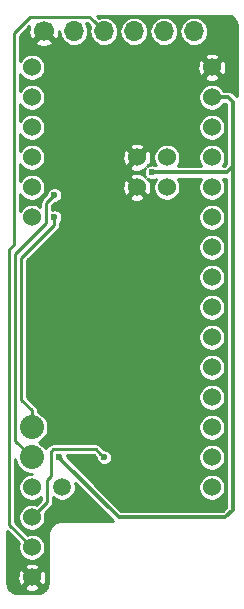
<source format=gbl>
G04 #@! TF.FileFunction,Copper,L2,Bot,Signal*
%FSLAX46Y46*%
G04 Gerber Fmt 4.6, Leading zero omitted, Abs format (unit mm)*
G04 Created by KiCad (PCBNEW 4.0.5) date Sunday, 19 February 2017 'PMt' 17:56:42*
%MOMM*%
%LPD*%
G01*
G04 APERTURE LIST*
%ADD10C,0.200000*%
%ADD11C,1.700000*%
%ADD12O,1.700000X1.700000*%
%ADD13C,1.524000*%
%ADD14C,2.032000*%
%ADD15C,1.500000*%
%ADD16C,0.600000*%
%ADD17C,0.254000*%
%ADD18C,0.355600*%
G04 APERTURE END LIST*
D10*
D11*
X141986000Y-80772000D03*
D12*
X144526000Y-80772000D03*
X147066000Y-80772000D03*
X149606000Y-80772000D03*
X152146000Y-80772000D03*
X154686000Y-80772000D03*
D13*
X140970000Y-83820000D03*
X140970000Y-86360000D03*
X140970000Y-93980000D03*
X140970000Y-96520000D03*
X156210000Y-109220000D03*
X156210000Y-106680000D03*
X156210000Y-104140000D03*
X156210000Y-101600000D03*
X156210000Y-88900000D03*
X156210000Y-86360000D03*
X156210000Y-83820000D03*
X152400000Y-93980000D03*
X149860000Y-93980000D03*
X140970000Y-124460000D03*
X140970000Y-121920000D03*
X156210000Y-99060000D03*
X156210000Y-96520000D03*
X156210000Y-111760000D03*
X140970000Y-127000000D03*
X140970000Y-88900000D03*
X149860000Y-91440000D03*
X152400000Y-91440000D03*
X140970000Y-91440000D03*
X156210000Y-91440000D03*
X156210000Y-93980000D03*
X156210000Y-114300000D03*
D14*
X140970000Y-116840000D03*
X140970000Y-114300000D03*
D13*
X140970000Y-119380000D03*
X156210000Y-116840000D03*
X156210000Y-119380000D03*
D15*
X143534000Y-119380000D03*
D16*
X140762021Y-110998000D03*
X145034000Y-112776000D03*
X142494000Y-112014000D03*
X146558000Y-111506000D03*
X150114000Y-112268000D03*
X152654000Y-109982000D03*
X150622000Y-108966000D03*
X148590000Y-109474000D03*
X144526000Y-110490000D03*
X143510000Y-108458000D03*
X146050000Y-108458000D03*
X147320000Y-106426000D03*
X151384000Y-107188000D03*
X153416000Y-104140000D03*
X151638000Y-103632000D03*
X148590000Y-104902000D03*
X148844000Y-102616000D03*
X144526000Y-106680000D03*
X141224000Y-107696000D03*
X143764000Y-104648000D03*
X145796000Y-102870000D03*
X141478000Y-103124000D03*
X143238510Y-116840000D03*
X151130000Y-92710000D03*
X147075468Y-116830532D03*
X142875000Y-94615000D03*
X142875000Y-96520000D03*
D17*
X140970000Y-110998000D02*
X140762021Y-110998000D01*
X143510000Y-108458000D02*
X140970000Y-110998000D01*
X142494000Y-112014000D02*
X144272000Y-112014000D01*
X144272000Y-112014000D02*
X145034000Y-112776000D01*
X150114000Y-112268000D02*
X147320000Y-112268000D01*
X147320000Y-112268000D02*
X146558000Y-111506000D01*
X150622000Y-108966000D02*
X151638000Y-108966000D01*
X151638000Y-108966000D02*
X152654000Y-109982000D01*
X144526000Y-110490000D02*
X145542000Y-109474000D01*
X145542000Y-109474000D02*
X148590000Y-109474000D01*
X147320000Y-106426000D02*
X147320000Y-107188000D01*
X147320000Y-107188000D02*
X146050000Y-108458000D01*
X153416000Y-104140000D02*
X153416000Y-105156000D01*
X153416000Y-105156000D02*
X151384000Y-107188000D01*
X148590000Y-104902000D02*
X149860000Y-103632000D01*
X149860000Y-103632000D02*
X151638000Y-103632000D01*
X144526000Y-106680000D02*
X148590000Y-102616000D01*
X148590000Y-102616000D02*
X148844000Y-102616000D01*
X143764000Y-104648000D02*
X143764000Y-105156000D01*
X143764000Y-105156000D02*
X141224000Y-107696000D01*
X141478000Y-103124000D02*
X145542000Y-103124000D01*
X145542000Y-103124000D02*
X145796000Y-102870000D01*
D18*
X143538509Y-117139999D02*
X143238510Y-116840000D01*
X148318510Y-121920000D02*
X143538509Y-117139999D01*
X157988000Y-92202000D02*
X157988000Y-121285000D01*
X157353000Y-121920000D02*
X148318510Y-121920000D01*
X157988000Y-121285000D02*
X157353000Y-121920000D01*
X157988000Y-92202000D02*
X157480000Y-92710000D01*
X157480000Y-92710000D02*
X151130000Y-92710000D01*
X157988000Y-86741000D02*
X157607000Y-86360000D01*
X157607000Y-86360000D02*
X156210000Y-86360000D01*
X157988000Y-92202000D02*
X157988000Y-86741000D01*
D17*
X146216001Y-79922001D02*
X147066000Y-80772000D01*
X145834999Y-79540999D02*
X146216001Y-79922001D01*
X139446000Y-80926198D02*
X140831199Y-79540999D01*
X139446000Y-98849564D02*
X139446000Y-80926198D01*
X139064990Y-122554990D02*
X139064990Y-99230574D01*
X140970000Y-124460000D02*
X139064990Y-122554990D01*
X140831199Y-79540999D02*
X145834999Y-79540999D01*
X139064990Y-99230574D02*
X139446000Y-98849564D01*
X142557500Y-116352818D02*
X142751319Y-116158999D01*
X142557500Y-118427500D02*
X142557500Y-116352818D01*
X142240000Y-118745000D02*
X142557500Y-118427500D01*
X142240000Y-120650000D02*
X142240000Y-118745000D01*
X140970000Y-121920000D02*
X142240000Y-120650000D01*
X142751319Y-116158999D02*
X146403935Y-116158999D01*
X146403935Y-116158999D02*
X146775469Y-116530533D01*
X146775469Y-116530533D02*
X147075468Y-116830532D01*
X142875000Y-94615000D02*
X142193999Y-95296001D01*
X142193999Y-96987643D02*
X139573000Y-99608642D01*
X142193999Y-95296001D02*
X142193999Y-96987643D01*
X139573000Y-99608642D02*
X139572999Y-115442999D01*
X139572999Y-115442999D02*
X140970000Y-116840000D01*
X142875000Y-96520000D02*
X142875000Y-97155000D01*
X140970000Y-114300000D02*
X140970000Y-112863160D01*
X140970000Y-112863160D02*
X140081011Y-111974171D01*
X140081011Y-111974171D02*
X140081011Y-99948989D01*
X140081011Y-99948989D02*
X142875000Y-97155000D01*
G36*
X139620620Y-117226928D02*
X139721474Y-117481655D01*
X139869883Y-117711942D01*
X140060196Y-117909016D01*
X140285163Y-118065372D01*
X140536215Y-118175054D01*
X140803789Y-118233884D01*
X140938344Y-118236703D01*
X140865906Y-118236197D01*
X140645722Y-118278199D01*
X140437891Y-118362169D01*
X140250327Y-118484907D01*
X140090175Y-118641739D01*
X139963535Y-118826691D01*
X139875232Y-119032719D01*
X139828628Y-119251975D01*
X139825498Y-119476107D01*
X139865962Y-119696578D01*
X139948479Y-119904991D01*
X140069905Y-120093407D01*
X140225615Y-120254650D01*
X140409679Y-120382577D01*
X140615085Y-120472317D01*
X140834009Y-120520451D01*
X141058114Y-120525145D01*
X141278862Y-120486221D01*
X141487846Y-120405162D01*
X141677106Y-120285054D01*
X141732000Y-120232779D01*
X141732000Y-120439580D01*
X141337169Y-120834411D01*
X141309630Y-120822834D01*
X141090054Y-120777762D01*
X140865906Y-120776197D01*
X140645722Y-120818199D01*
X140437891Y-120902169D01*
X140250327Y-121024907D01*
X140090175Y-121181739D01*
X139963535Y-121366691D01*
X139875232Y-121572719D01*
X139828628Y-121791975D01*
X139825498Y-122016107D01*
X139865962Y-122236578D01*
X139948479Y-122444991D01*
X140069905Y-122633407D01*
X140225615Y-122794650D01*
X140409679Y-122922577D01*
X140615085Y-123012317D01*
X140834009Y-123060451D01*
X141058114Y-123065145D01*
X141278862Y-123026221D01*
X141487846Y-122945162D01*
X141677106Y-122825054D01*
X141839432Y-122670473D01*
X141968641Y-122487307D01*
X142059813Y-122282532D01*
X142109473Y-122063949D01*
X142113049Y-121807923D01*
X142069510Y-121588038D01*
X142055171Y-121553249D01*
X142599210Y-121009210D01*
X142628976Y-120972972D01*
X142659158Y-120937003D01*
X142660446Y-120934661D01*
X142662140Y-120932598D01*
X142684310Y-120891251D01*
X142706921Y-120850122D01*
X142707728Y-120847577D01*
X142708991Y-120845222D01*
X142722716Y-120800330D01*
X142736899Y-120755619D01*
X142737197Y-120752966D01*
X142737978Y-120750410D01*
X142742724Y-120703682D01*
X142747950Y-120657093D01*
X142747987Y-120651875D01*
X142747997Y-120651774D01*
X142747988Y-120651680D01*
X142748000Y-120650000D01*
X142748000Y-120194281D01*
X142797430Y-120245467D01*
X142979561Y-120372051D01*
X143182811Y-120460849D01*
X143399437Y-120508477D01*
X143621189Y-120513123D01*
X143839620Y-120474607D01*
X144046410Y-120394399D01*
X144233682Y-120275552D01*
X144394304Y-120122594D01*
X144522157Y-119941351D01*
X144612371Y-119738726D01*
X144661511Y-119522438D01*
X144665048Y-119269100D01*
X144621967Y-119051523D01*
X144595459Y-118987211D01*
X147834248Y-122226000D01*
X143510000Y-122226000D01*
X143509965Y-122226003D01*
X143509288Y-122226001D01*
X143502195Y-122226026D01*
X143493415Y-122226918D01*
X143484598Y-122226857D01*
X143481792Y-122227132D01*
X143284590Y-122247859D01*
X143266661Y-122251539D01*
X143248673Y-122254971D01*
X143245973Y-122255785D01*
X143056552Y-122314421D01*
X143039687Y-122321510D01*
X143022697Y-122328375D01*
X143020207Y-122329698D01*
X142845784Y-122424009D01*
X142830588Y-122434258D01*
X142815286Y-122444272D01*
X142813106Y-122446050D01*
X142813100Y-122446054D01*
X142813095Y-122446059D01*
X142660316Y-122572448D01*
X142647392Y-122585463D01*
X142634335Y-122598249D01*
X142632537Y-122600422D01*
X142507213Y-122754084D01*
X142497073Y-122769346D01*
X142486738Y-122784440D01*
X142485400Y-122786916D01*
X142485397Y-122786920D01*
X142485397Y-122786921D01*
X142392306Y-122961998D01*
X142385347Y-122978881D01*
X142378116Y-122995754D01*
X142377282Y-122998448D01*
X142319971Y-123188274D01*
X142316414Y-123206237D01*
X142312609Y-123224142D01*
X142312314Y-123226946D01*
X142292964Y-123424288D01*
X142292964Y-123432763D01*
X142292020Y-123441180D01*
X142292000Y-123444000D01*
X142292000Y-127498119D01*
X142275547Y-127665918D01*
X142229684Y-127817826D01*
X142155192Y-127957923D01*
X142054902Y-128080890D01*
X141932641Y-128182033D01*
X141793064Y-128257503D01*
X141641483Y-128304425D01*
X141474272Y-128322000D01*
X139709881Y-128322000D01*
X139542082Y-128305547D01*
X139390174Y-128259684D01*
X139250077Y-128185192D01*
X139127110Y-128084902D01*
X139025967Y-127962641D01*
X138975933Y-127870106D01*
X140279500Y-127870106D01*
X140356530Y-128060435D01*
X140575199Y-128159741D01*
X140809039Y-128214478D01*
X141049064Y-128222544D01*
X141286052Y-128183628D01*
X141510894Y-128099226D01*
X141583470Y-128060435D01*
X141660500Y-127870106D01*
X140970000Y-127179605D01*
X140279500Y-127870106D01*
X138975933Y-127870106D01*
X138950497Y-127823064D01*
X138903575Y-127671483D01*
X138886000Y-127504272D01*
X138886000Y-127079064D01*
X139747456Y-127079064D01*
X139786372Y-127316052D01*
X139870774Y-127540894D01*
X139909565Y-127613470D01*
X140099894Y-127690500D01*
X140790395Y-127000000D01*
X141149605Y-127000000D01*
X141840106Y-127690500D01*
X142030435Y-127613470D01*
X142129741Y-127394801D01*
X142184478Y-127160961D01*
X142192544Y-126920936D01*
X142153628Y-126683948D01*
X142069226Y-126459106D01*
X142030435Y-126386530D01*
X141840106Y-126309500D01*
X141149605Y-127000000D01*
X140790395Y-127000000D01*
X140099894Y-126309500D01*
X139909565Y-126386530D01*
X139810259Y-126605199D01*
X139755522Y-126839039D01*
X139747456Y-127079064D01*
X138886000Y-127079064D01*
X138886000Y-126129894D01*
X140279500Y-126129894D01*
X140970000Y-126820395D01*
X141660500Y-126129894D01*
X141583470Y-125939565D01*
X141364801Y-125840259D01*
X141130961Y-125785522D01*
X140890936Y-125777456D01*
X140653948Y-125816372D01*
X140429106Y-125900774D01*
X140356530Y-125939565D01*
X140279500Y-126129894D01*
X138886000Y-126129894D01*
X138886000Y-123094420D01*
X139883952Y-124092372D01*
X139875232Y-124112719D01*
X139828628Y-124331975D01*
X139825498Y-124556107D01*
X139865962Y-124776578D01*
X139948479Y-124984991D01*
X140069905Y-125173407D01*
X140225615Y-125334650D01*
X140409679Y-125462577D01*
X140615085Y-125552317D01*
X140834009Y-125600451D01*
X141058114Y-125605145D01*
X141278862Y-125566221D01*
X141487846Y-125485162D01*
X141677106Y-125365054D01*
X141839432Y-125210473D01*
X141968641Y-125027307D01*
X142059813Y-124822532D01*
X142109473Y-124603949D01*
X142113049Y-124347923D01*
X142069510Y-124128038D01*
X141984092Y-123920798D01*
X141860047Y-123734095D01*
X141702101Y-123575042D01*
X141516269Y-123449697D01*
X141309630Y-123362834D01*
X141090054Y-123317762D01*
X140865906Y-123316197D01*
X140645722Y-123358199D01*
X140603627Y-123375207D01*
X139572990Y-122344570D01*
X139572990Y-116967413D01*
X139620620Y-117226928D01*
X139620620Y-117226928D01*
G37*
X139620620Y-117226928D02*
X139721474Y-117481655D01*
X139869883Y-117711942D01*
X140060196Y-117909016D01*
X140285163Y-118065372D01*
X140536215Y-118175054D01*
X140803789Y-118233884D01*
X140938344Y-118236703D01*
X140865906Y-118236197D01*
X140645722Y-118278199D01*
X140437891Y-118362169D01*
X140250327Y-118484907D01*
X140090175Y-118641739D01*
X139963535Y-118826691D01*
X139875232Y-119032719D01*
X139828628Y-119251975D01*
X139825498Y-119476107D01*
X139865962Y-119696578D01*
X139948479Y-119904991D01*
X140069905Y-120093407D01*
X140225615Y-120254650D01*
X140409679Y-120382577D01*
X140615085Y-120472317D01*
X140834009Y-120520451D01*
X141058114Y-120525145D01*
X141278862Y-120486221D01*
X141487846Y-120405162D01*
X141677106Y-120285054D01*
X141732000Y-120232779D01*
X141732000Y-120439580D01*
X141337169Y-120834411D01*
X141309630Y-120822834D01*
X141090054Y-120777762D01*
X140865906Y-120776197D01*
X140645722Y-120818199D01*
X140437891Y-120902169D01*
X140250327Y-121024907D01*
X140090175Y-121181739D01*
X139963535Y-121366691D01*
X139875232Y-121572719D01*
X139828628Y-121791975D01*
X139825498Y-122016107D01*
X139865962Y-122236578D01*
X139948479Y-122444991D01*
X140069905Y-122633407D01*
X140225615Y-122794650D01*
X140409679Y-122922577D01*
X140615085Y-123012317D01*
X140834009Y-123060451D01*
X141058114Y-123065145D01*
X141278862Y-123026221D01*
X141487846Y-122945162D01*
X141677106Y-122825054D01*
X141839432Y-122670473D01*
X141968641Y-122487307D01*
X142059813Y-122282532D01*
X142109473Y-122063949D01*
X142113049Y-121807923D01*
X142069510Y-121588038D01*
X142055171Y-121553249D01*
X142599210Y-121009210D01*
X142628976Y-120972972D01*
X142659158Y-120937003D01*
X142660446Y-120934661D01*
X142662140Y-120932598D01*
X142684310Y-120891251D01*
X142706921Y-120850122D01*
X142707728Y-120847577D01*
X142708991Y-120845222D01*
X142722716Y-120800330D01*
X142736899Y-120755619D01*
X142737197Y-120752966D01*
X142737978Y-120750410D01*
X142742724Y-120703682D01*
X142747950Y-120657093D01*
X142747987Y-120651875D01*
X142747997Y-120651774D01*
X142747988Y-120651680D01*
X142748000Y-120650000D01*
X142748000Y-120194281D01*
X142797430Y-120245467D01*
X142979561Y-120372051D01*
X143182811Y-120460849D01*
X143399437Y-120508477D01*
X143621189Y-120513123D01*
X143839620Y-120474607D01*
X144046410Y-120394399D01*
X144233682Y-120275552D01*
X144394304Y-120122594D01*
X144522157Y-119941351D01*
X144612371Y-119738726D01*
X144661511Y-119522438D01*
X144665048Y-119269100D01*
X144621967Y-119051523D01*
X144595459Y-118987211D01*
X147834248Y-122226000D01*
X143510000Y-122226000D01*
X143509965Y-122226003D01*
X143509288Y-122226001D01*
X143502195Y-122226026D01*
X143493415Y-122226918D01*
X143484598Y-122226857D01*
X143481792Y-122227132D01*
X143284590Y-122247859D01*
X143266661Y-122251539D01*
X143248673Y-122254971D01*
X143245973Y-122255785D01*
X143056552Y-122314421D01*
X143039687Y-122321510D01*
X143022697Y-122328375D01*
X143020207Y-122329698D01*
X142845784Y-122424009D01*
X142830588Y-122434258D01*
X142815286Y-122444272D01*
X142813106Y-122446050D01*
X142813100Y-122446054D01*
X142813095Y-122446059D01*
X142660316Y-122572448D01*
X142647392Y-122585463D01*
X142634335Y-122598249D01*
X142632537Y-122600422D01*
X142507213Y-122754084D01*
X142497073Y-122769346D01*
X142486738Y-122784440D01*
X142485400Y-122786916D01*
X142485397Y-122786920D01*
X142485397Y-122786921D01*
X142392306Y-122961998D01*
X142385347Y-122978881D01*
X142378116Y-122995754D01*
X142377282Y-122998448D01*
X142319971Y-123188274D01*
X142316414Y-123206237D01*
X142312609Y-123224142D01*
X142312314Y-123226946D01*
X142292964Y-123424288D01*
X142292964Y-123432763D01*
X142292020Y-123441180D01*
X142292000Y-123444000D01*
X142292000Y-127498119D01*
X142275547Y-127665918D01*
X142229684Y-127817826D01*
X142155192Y-127957923D01*
X142054902Y-128080890D01*
X141932641Y-128182033D01*
X141793064Y-128257503D01*
X141641483Y-128304425D01*
X141474272Y-128322000D01*
X139709881Y-128322000D01*
X139542082Y-128305547D01*
X139390174Y-128259684D01*
X139250077Y-128185192D01*
X139127110Y-128084902D01*
X139025967Y-127962641D01*
X138975933Y-127870106D01*
X140279500Y-127870106D01*
X140356530Y-128060435D01*
X140575199Y-128159741D01*
X140809039Y-128214478D01*
X141049064Y-128222544D01*
X141286052Y-128183628D01*
X141510894Y-128099226D01*
X141583470Y-128060435D01*
X141660500Y-127870106D01*
X140970000Y-127179605D01*
X140279500Y-127870106D01*
X138975933Y-127870106D01*
X138950497Y-127823064D01*
X138903575Y-127671483D01*
X138886000Y-127504272D01*
X138886000Y-127079064D01*
X139747456Y-127079064D01*
X139786372Y-127316052D01*
X139870774Y-127540894D01*
X139909565Y-127613470D01*
X140099894Y-127690500D01*
X140790395Y-127000000D01*
X141149605Y-127000000D01*
X141840106Y-127690500D01*
X142030435Y-127613470D01*
X142129741Y-127394801D01*
X142184478Y-127160961D01*
X142192544Y-126920936D01*
X142153628Y-126683948D01*
X142069226Y-126459106D01*
X142030435Y-126386530D01*
X141840106Y-126309500D01*
X141149605Y-127000000D01*
X140790395Y-127000000D01*
X140099894Y-126309500D01*
X139909565Y-126386530D01*
X139810259Y-126605199D01*
X139755522Y-126839039D01*
X139747456Y-127079064D01*
X138886000Y-127079064D01*
X138886000Y-126129894D01*
X140279500Y-126129894D01*
X140970000Y-126820395D01*
X141660500Y-126129894D01*
X141583470Y-125939565D01*
X141364801Y-125840259D01*
X141130961Y-125785522D01*
X140890936Y-125777456D01*
X140653948Y-125816372D01*
X140429106Y-125900774D01*
X140356530Y-125939565D01*
X140279500Y-126129894D01*
X138886000Y-126129894D01*
X138886000Y-123094420D01*
X139883952Y-124092372D01*
X139875232Y-124112719D01*
X139828628Y-124331975D01*
X139825498Y-124556107D01*
X139865962Y-124776578D01*
X139948479Y-124984991D01*
X140069905Y-125173407D01*
X140225615Y-125334650D01*
X140409679Y-125462577D01*
X140615085Y-125552317D01*
X140834009Y-125600451D01*
X141058114Y-125605145D01*
X141278862Y-125566221D01*
X141487846Y-125485162D01*
X141677106Y-125365054D01*
X141839432Y-125210473D01*
X141968641Y-125027307D01*
X142059813Y-124822532D01*
X142109473Y-124603949D01*
X142113049Y-124347923D01*
X142069510Y-124128038D01*
X141984092Y-123920798D01*
X141860047Y-123734095D01*
X141702101Y-123575042D01*
X141516269Y-123449697D01*
X141309630Y-123362834D01*
X141090054Y-123317762D01*
X140865906Y-123316197D01*
X140645722Y-123358199D01*
X140603627Y-123375207D01*
X139572990Y-122344570D01*
X139572990Y-116967413D01*
X139620620Y-117226928D01*
G36*
X157637918Y-79466453D02*
X157789823Y-79512315D01*
X157929924Y-79586808D01*
X158052888Y-79687096D01*
X158154033Y-79809358D01*
X158229505Y-79948939D01*
X158276425Y-80100518D01*
X158294000Y-80267728D01*
X158294000Y-86256737D01*
X158002131Y-85964869D01*
X157962257Y-85932116D01*
X157922704Y-85898927D01*
X157920129Y-85897511D01*
X157917858Y-85895646D01*
X157872378Y-85871260D01*
X157827135Y-85846387D01*
X157824333Y-85845498D01*
X157821744Y-85844110D01*
X157772416Y-85829029D01*
X157723181Y-85813411D01*
X157720258Y-85813083D01*
X157717451Y-85812225D01*
X157666137Y-85807012D01*
X157614802Y-85801254D01*
X157609061Y-85801214D01*
X157608950Y-85801203D01*
X157608847Y-85801213D01*
X157607000Y-85801200D01*
X157211071Y-85801200D01*
X157100047Y-85634095D01*
X156942101Y-85475042D01*
X156756269Y-85349697D01*
X156549630Y-85262834D01*
X156330054Y-85217762D01*
X156105906Y-85216197D01*
X155885722Y-85258199D01*
X155677891Y-85342169D01*
X155490327Y-85464907D01*
X155330175Y-85621739D01*
X155203535Y-85806691D01*
X155115232Y-86012719D01*
X155068628Y-86231975D01*
X155065498Y-86456107D01*
X155105962Y-86676578D01*
X155188479Y-86884991D01*
X155309905Y-87073407D01*
X155465615Y-87234650D01*
X155649679Y-87362577D01*
X155855085Y-87452317D01*
X156074009Y-87500451D01*
X156298114Y-87505145D01*
X156518862Y-87466221D01*
X156727846Y-87385162D01*
X156917106Y-87265054D01*
X157079432Y-87110473D01*
X157208641Y-86927307D01*
X157212429Y-86918800D01*
X157375538Y-86918800D01*
X157429200Y-86972463D01*
X157429200Y-91970537D01*
X157248538Y-92151200D01*
X157107136Y-92151200D01*
X157208641Y-92007307D01*
X157299813Y-91802532D01*
X157349473Y-91583949D01*
X157353049Y-91327923D01*
X157309510Y-91108038D01*
X157224092Y-90900798D01*
X157100047Y-90714095D01*
X156942101Y-90555042D01*
X156756269Y-90429697D01*
X156549630Y-90342834D01*
X156330054Y-90297762D01*
X156105906Y-90296197D01*
X155885722Y-90338199D01*
X155677891Y-90422169D01*
X155490327Y-90544907D01*
X155330175Y-90701739D01*
X155203535Y-90886691D01*
X155115232Y-91092719D01*
X155068628Y-91311975D01*
X155065498Y-91536107D01*
X155105962Y-91756578D01*
X155188479Y-91964991D01*
X155308483Y-92151200D01*
X153297136Y-92151200D01*
X153398641Y-92007307D01*
X153489813Y-91802532D01*
X153539473Y-91583949D01*
X153543049Y-91327923D01*
X153499510Y-91108038D01*
X153414092Y-90900798D01*
X153290047Y-90714095D01*
X153132101Y-90555042D01*
X152946269Y-90429697D01*
X152739630Y-90342834D01*
X152520054Y-90297762D01*
X152295906Y-90296197D01*
X152075722Y-90338199D01*
X151867891Y-90422169D01*
X151680327Y-90544907D01*
X151520175Y-90701739D01*
X151393535Y-90886691D01*
X151305232Y-91092719D01*
X151258628Y-91311975D01*
X151255498Y-91536107D01*
X151295962Y-91756578D01*
X151378479Y-91964991D01*
X151482381Y-92126214D01*
X151455467Y-92108061D01*
X151332352Y-92056308D01*
X151201528Y-92029454D01*
X151067981Y-92028521D01*
X150936795Y-92053546D01*
X150812969Y-92103575D01*
X150746608Y-92147000D01*
X150730107Y-92130499D01*
X150920435Y-92053470D01*
X151019741Y-91834801D01*
X151074478Y-91600961D01*
X151082544Y-91360936D01*
X151043628Y-91123948D01*
X150959226Y-90899106D01*
X150920435Y-90826530D01*
X150730106Y-90749500D01*
X150039605Y-91440000D01*
X150053748Y-91454142D01*
X149874142Y-91633748D01*
X149860000Y-91619605D01*
X149169500Y-92310106D01*
X149246530Y-92500435D01*
X149465199Y-92599741D01*
X149699039Y-92654478D01*
X149939064Y-92662544D01*
X150176052Y-92623628D01*
X150400894Y-92539226D01*
X150473470Y-92500435D01*
X150550499Y-92310107D01*
X150567082Y-92326690D01*
X150530348Y-92380338D01*
X150477736Y-92503090D01*
X150449970Y-92633722D01*
X150448105Y-92767260D01*
X150472213Y-92898617D01*
X150521377Y-93022790D01*
X150566925Y-93093467D01*
X150550499Y-93109893D01*
X150473470Y-92919565D01*
X150254801Y-92820259D01*
X150020961Y-92765522D01*
X149780936Y-92757456D01*
X149543948Y-92796372D01*
X149319106Y-92880774D01*
X149246530Y-92919565D01*
X149169500Y-93109894D01*
X149860000Y-93800395D01*
X149874142Y-93786252D01*
X150053748Y-93965858D01*
X150039605Y-93980000D01*
X150730106Y-94670500D01*
X150920435Y-94593470D01*
X151019741Y-94374801D01*
X151074478Y-94140961D01*
X151082544Y-93900936D01*
X151043628Y-93663948D01*
X150959226Y-93439106D01*
X150920435Y-93366530D01*
X150730107Y-93289501D01*
X150746669Y-93272939D01*
X150796160Y-93307336D01*
X150918541Y-93360803D01*
X151048977Y-93389481D01*
X151182498Y-93392278D01*
X151314020Y-93369087D01*
X151438533Y-93320792D01*
X151487188Y-93289915D01*
X151393535Y-93426691D01*
X151305232Y-93632719D01*
X151258628Y-93851975D01*
X151255498Y-94076107D01*
X151295962Y-94296578D01*
X151378479Y-94504991D01*
X151499905Y-94693407D01*
X151655615Y-94854650D01*
X151839679Y-94982577D01*
X152045085Y-95072317D01*
X152264009Y-95120451D01*
X152488114Y-95125145D01*
X152708862Y-95086221D01*
X152917846Y-95005162D01*
X153107106Y-94885054D01*
X153269432Y-94730473D01*
X153398641Y-94547307D01*
X153489813Y-94342532D01*
X153539473Y-94123949D01*
X153543049Y-93867923D01*
X153499510Y-93648038D01*
X153414092Y-93440798D01*
X153299817Y-93268800D01*
X155311646Y-93268800D01*
X155203535Y-93426691D01*
X155115232Y-93632719D01*
X155068628Y-93851975D01*
X155065498Y-94076107D01*
X155105962Y-94296578D01*
X155188479Y-94504991D01*
X155309905Y-94693407D01*
X155465615Y-94854650D01*
X155649679Y-94982577D01*
X155855085Y-95072317D01*
X156074009Y-95120451D01*
X156298114Y-95125145D01*
X156518862Y-95086221D01*
X156727846Y-95005162D01*
X156917106Y-94885054D01*
X157079432Y-94730473D01*
X157208641Y-94547307D01*
X157299813Y-94342532D01*
X157349473Y-94123949D01*
X157353049Y-93867923D01*
X157309510Y-93648038D01*
X157224092Y-93440798D01*
X157109817Y-93268800D01*
X157429200Y-93268800D01*
X157429200Y-121053537D01*
X157121538Y-121361200D01*
X148549972Y-121361200D01*
X146664879Y-119476107D01*
X155065498Y-119476107D01*
X155105962Y-119696578D01*
X155188479Y-119904991D01*
X155309905Y-120093407D01*
X155465615Y-120254650D01*
X155649679Y-120382577D01*
X155855085Y-120472317D01*
X156074009Y-120520451D01*
X156298114Y-120525145D01*
X156518862Y-120486221D01*
X156727846Y-120405162D01*
X156917106Y-120285054D01*
X157079432Y-120130473D01*
X157208641Y-119947307D01*
X157299813Y-119742532D01*
X157349473Y-119523949D01*
X157353049Y-119267923D01*
X157309510Y-119048038D01*
X157224092Y-118840798D01*
X157100047Y-118654095D01*
X156942101Y-118495042D01*
X156756269Y-118369697D01*
X156549630Y-118282834D01*
X156330054Y-118237762D01*
X156105906Y-118236197D01*
X155885722Y-118278199D01*
X155677891Y-118362169D01*
X155490327Y-118484907D01*
X155330175Y-118641739D01*
X155203535Y-118826691D01*
X155115232Y-119032719D01*
X155068628Y-119251975D01*
X155065498Y-119476107D01*
X146664879Y-119476107D01*
X143933712Y-116744940D01*
X143933641Y-116744868D01*
X143909056Y-116720283D01*
X143898506Y-116666999D01*
X146193515Y-116666999D01*
X146393859Y-116867344D01*
X146393573Y-116887792D01*
X146417681Y-117019149D01*
X146466845Y-117143322D01*
X146539190Y-117255580D01*
X146631963Y-117351649D01*
X146741628Y-117427868D01*
X146864009Y-117481335D01*
X146994445Y-117510013D01*
X147127966Y-117512810D01*
X147259488Y-117489619D01*
X147384001Y-117441324D01*
X147496762Y-117369764D01*
X147593476Y-117277664D01*
X147670459Y-117168534D01*
X147724779Y-117046529D01*
X147749866Y-116936107D01*
X155065498Y-116936107D01*
X155105962Y-117156578D01*
X155188479Y-117364991D01*
X155309905Y-117553407D01*
X155465615Y-117714650D01*
X155649679Y-117842577D01*
X155855085Y-117932317D01*
X156074009Y-117980451D01*
X156298114Y-117985145D01*
X156518862Y-117946221D01*
X156727846Y-117865162D01*
X156917106Y-117745054D01*
X157079432Y-117590473D01*
X157208641Y-117407307D01*
X157299813Y-117202532D01*
X157349473Y-116983949D01*
X157353049Y-116727923D01*
X157309510Y-116508038D01*
X157224092Y-116300798D01*
X157100047Y-116114095D01*
X156942101Y-115955042D01*
X156756269Y-115829697D01*
X156549630Y-115742834D01*
X156330054Y-115697762D01*
X156105906Y-115696197D01*
X155885722Y-115738199D01*
X155677891Y-115822169D01*
X155490327Y-115944907D01*
X155330175Y-116101739D01*
X155203535Y-116286691D01*
X155115232Y-116492719D01*
X155068628Y-116711975D01*
X155065498Y-116936107D01*
X147749866Y-116936107D01*
X147754367Y-116916297D01*
X147756497Y-116763757D01*
X147730557Y-116632749D01*
X147679665Y-116509275D01*
X147605759Y-116398038D01*
X147511654Y-116303274D01*
X147400935Y-116228593D01*
X147277820Y-116176840D01*
X147146996Y-116149986D01*
X147113106Y-116149749D01*
X146763145Y-115799789D01*
X146726907Y-115770023D01*
X146690938Y-115739841D01*
X146688596Y-115738553D01*
X146686533Y-115736859D01*
X146645186Y-115714689D01*
X146604057Y-115692078D01*
X146601512Y-115691271D01*
X146599157Y-115690008D01*
X146554265Y-115676283D01*
X146509554Y-115662100D01*
X146506901Y-115661802D01*
X146504345Y-115661021D01*
X146457622Y-115656275D01*
X146411028Y-115651049D01*
X146405808Y-115651012D01*
X146405708Y-115651002D01*
X146405614Y-115651011D01*
X146403935Y-115650999D01*
X142751319Y-115650999D01*
X142704619Y-115655578D01*
X142657871Y-115659668D01*
X142655305Y-115660413D01*
X142652648Y-115660674D01*
X142607730Y-115674236D01*
X142562663Y-115687329D01*
X142560292Y-115688558D01*
X142557735Y-115689330D01*
X142516285Y-115711369D01*
X142474642Y-115732955D01*
X142472556Y-115734620D01*
X142470196Y-115735875D01*
X142433807Y-115765553D01*
X142397159Y-115794809D01*
X142393439Y-115798476D01*
X142393365Y-115798537D01*
X142393308Y-115798606D01*
X142392108Y-115799789D01*
X142198290Y-115993608D01*
X142168524Y-116029846D01*
X142138342Y-116065815D01*
X142137054Y-116068157D01*
X142135637Y-116069883D01*
X142057835Y-115952783D01*
X141864790Y-115758385D01*
X141637662Y-115605185D01*
X141556393Y-115571023D01*
X141602923Y-115552975D01*
X141834240Y-115406177D01*
X142032639Y-115217245D01*
X142190561Y-114993375D01*
X142301993Y-114743095D01*
X142362690Y-114475938D01*
X142363804Y-114396107D01*
X155065498Y-114396107D01*
X155105962Y-114616578D01*
X155188479Y-114824991D01*
X155309905Y-115013407D01*
X155465615Y-115174650D01*
X155649679Y-115302577D01*
X155855085Y-115392317D01*
X156074009Y-115440451D01*
X156298114Y-115445145D01*
X156518862Y-115406221D01*
X156727846Y-115325162D01*
X156917106Y-115205054D01*
X157079432Y-115050473D01*
X157208641Y-114867307D01*
X157299813Y-114662532D01*
X157349473Y-114443949D01*
X157353049Y-114187923D01*
X157309510Y-113968038D01*
X157224092Y-113760798D01*
X157100047Y-113574095D01*
X156942101Y-113415042D01*
X156756269Y-113289697D01*
X156549630Y-113202834D01*
X156330054Y-113157762D01*
X156105906Y-113156197D01*
X155885722Y-113198199D01*
X155677891Y-113282169D01*
X155490327Y-113404907D01*
X155330175Y-113561739D01*
X155203535Y-113746691D01*
X155115232Y-113952719D01*
X155068628Y-114171975D01*
X155065498Y-114396107D01*
X142363804Y-114396107D01*
X142367059Y-114163017D01*
X142313846Y-113894269D01*
X142209446Y-113640975D01*
X142057835Y-113412783D01*
X141864790Y-113218385D01*
X141637662Y-113065185D01*
X141478000Y-112998069D01*
X141478000Y-112863160D01*
X141473421Y-112816460D01*
X141469331Y-112769712D01*
X141468586Y-112767146D01*
X141468325Y-112764489D01*
X141454763Y-112719571D01*
X141441670Y-112674504D01*
X141440441Y-112672133D01*
X141439669Y-112669576D01*
X141417630Y-112628126D01*
X141396044Y-112586483D01*
X141394379Y-112584397D01*
X141393124Y-112582037D01*
X141363446Y-112545648D01*
X141334190Y-112509000D01*
X141330526Y-112505285D01*
X141330462Y-112505206D01*
X141330389Y-112505146D01*
X141329210Y-112503950D01*
X140681367Y-111856107D01*
X155065498Y-111856107D01*
X155105962Y-112076578D01*
X155188479Y-112284991D01*
X155309905Y-112473407D01*
X155465615Y-112634650D01*
X155649679Y-112762577D01*
X155855085Y-112852317D01*
X156074009Y-112900451D01*
X156298114Y-112905145D01*
X156518862Y-112866221D01*
X156727846Y-112785162D01*
X156917106Y-112665054D01*
X157079432Y-112510473D01*
X157208641Y-112327307D01*
X157299813Y-112122532D01*
X157349473Y-111903949D01*
X157353049Y-111647923D01*
X157309510Y-111428038D01*
X157224092Y-111220798D01*
X157100047Y-111034095D01*
X156942101Y-110875042D01*
X156756269Y-110749697D01*
X156549630Y-110662834D01*
X156330054Y-110617762D01*
X156105906Y-110616197D01*
X155885722Y-110658199D01*
X155677891Y-110742169D01*
X155490327Y-110864907D01*
X155330175Y-111021739D01*
X155203535Y-111206691D01*
X155115232Y-111412719D01*
X155068628Y-111631975D01*
X155065498Y-111856107D01*
X140681367Y-111856107D01*
X140589011Y-111763751D01*
X140589011Y-109316107D01*
X155065498Y-109316107D01*
X155105962Y-109536578D01*
X155188479Y-109744991D01*
X155309905Y-109933407D01*
X155465615Y-110094650D01*
X155649679Y-110222577D01*
X155855085Y-110312317D01*
X156074009Y-110360451D01*
X156298114Y-110365145D01*
X156518862Y-110326221D01*
X156727846Y-110245162D01*
X156917106Y-110125054D01*
X157079432Y-109970473D01*
X157208641Y-109787307D01*
X157299813Y-109582532D01*
X157349473Y-109363949D01*
X157353049Y-109107923D01*
X157309510Y-108888038D01*
X157224092Y-108680798D01*
X157100047Y-108494095D01*
X156942101Y-108335042D01*
X156756269Y-108209697D01*
X156549630Y-108122834D01*
X156330054Y-108077762D01*
X156105906Y-108076197D01*
X155885722Y-108118199D01*
X155677891Y-108202169D01*
X155490327Y-108324907D01*
X155330175Y-108481739D01*
X155203535Y-108666691D01*
X155115232Y-108872719D01*
X155068628Y-109091975D01*
X155065498Y-109316107D01*
X140589011Y-109316107D01*
X140589011Y-106776107D01*
X155065498Y-106776107D01*
X155105962Y-106996578D01*
X155188479Y-107204991D01*
X155309905Y-107393407D01*
X155465615Y-107554650D01*
X155649679Y-107682577D01*
X155855085Y-107772317D01*
X156074009Y-107820451D01*
X156298114Y-107825145D01*
X156518862Y-107786221D01*
X156727846Y-107705162D01*
X156917106Y-107585054D01*
X157079432Y-107430473D01*
X157208641Y-107247307D01*
X157299813Y-107042532D01*
X157349473Y-106823949D01*
X157353049Y-106567923D01*
X157309510Y-106348038D01*
X157224092Y-106140798D01*
X157100047Y-105954095D01*
X156942101Y-105795042D01*
X156756269Y-105669697D01*
X156549630Y-105582834D01*
X156330054Y-105537762D01*
X156105906Y-105536197D01*
X155885722Y-105578199D01*
X155677891Y-105662169D01*
X155490327Y-105784907D01*
X155330175Y-105941739D01*
X155203535Y-106126691D01*
X155115232Y-106332719D01*
X155068628Y-106551975D01*
X155065498Y-106776107D01*
X140589011Y-106776107D01*
X140589011Y-104236107D01*
X155065498Y-104236107D01*
X155105962Y-104456578D01*
X155188479Y-104664991D01*
X155309905Y-104853407D01*
X155465615Y-105014650D01*
X155649679Y-105142577D01*
X155855085Y-105232317D01*
X156074009Y-105280451D01*
X156298114Y-105285145D01*
X156518862Y-105246221D01*
X156727846Y-105165162D01*
X156917106Y-105045054D01*
X157079432Y-104890473D01*
X157208641Y-104707307D01*
X157299813Y-104502532D01*
X157349473Y-104283949D01*
X157353049Y-104027923D01*
X157309510Y-103808038D01*
X157224092Y-103600798D01*
X157100047Y-103414095D01*
X156942101Y-103255042D01*
X156756269Y-103129697D01*
X156549630Y-103042834D01*
X156330054Y-102997762D01*
X156105906Y-102996197D01*
X155885722Y-103038199D01*
X155677891Y-103122169D01*
X155490327Y-103244907D01*
X155330175Y-103401739D01*
X155203535Y-103586691D01*
X155115232Y-103792719D01*
X155068628Y-104011975D01*
X155065498Y-104236107D01*
X140589011Y-104236107D01*
X140589011Y-101696107D01*
X155065498Y-101696107D01*
X155105962Y-101916578D01*
X155188479Y-102124991D01*
X155309905Y-102313407D01*
X155465615Y-102474650D01*
X155649679Y-102602577D01*
X155855085Y-102692317D01*
X156074009Y-102740451D01*
X156298114Y-102745145D01*
X156518862Y-102706221D01*
X156727846Y-102625162D01*
X156917106Y-102505054D01*
X157079432Y-102350473D01*
X157208641Y-102167307D01*
X157299813Y-101962532D01*
X157349473Y-101743949D01*
X157353049Y-101487923D01*
X157309510Y-101268038D01*
X157224092Y-101060798D01*
X157100047Y-100874095D01*
X156942101Y-100715042D01*
X156756269Y-100589697D01*
X156549630Y-100502834D01*
X156330054Y-100457762D01*
X156105906Y-100456197D01*
X155885722Y-100498199D01*
X155677891Y-100582169D01*
X155490327Y-100704907D01*
X155330175Y-100861739D01*
X155203535Y-101046691D01*
X155115232Y-101252719D01*
X155068628Y-101471975D01*
X155065498Y-101696107D01*
X140589011Y-101696107D01*
X140589011Y-100159409D01*
X141592313Y-99156107D01*
X155065498Y-99156107D01*
X155105962Y-99376578D01*
X155188479Y-99584991D01*
X155309905Y-99773407D01*
X155465615Y-99934650D01*
X155649679Y-100062577D01*
X155855085Y-100152317D01*
X156074009Y-100200451D01*
X156298114Y-100205145D01*
X156518862Y-100166221D01*
X156727846Y-100085162D01*
X156917106Y-99965054D01*
X157079432Y-99810473D01*
X157208641Y-99627307D01*
X157299813Y-99422532D01*
X157349473Y-99203949D01*
X157353049Y-98947923D01*
X157309510Y-98728038D01*
X157224092Y-98520798D01*
X157100047Y-98334095D01*
X156942101Y-98175042D01*
X156756269Y-98049697D01*
X156549630Y-97962834D01*
X156330054Y-97917762D01*
X156105906Y-97916197D01*
X155885722Y-97958199D01*
X155677891Y-98042169D01*
X155490327Y-98164907D01*
X155330175Y-98321739D01*
X155203535Y-98506691D01*
X155115232Y-98712719D01*
X155068628Y-98931975D01*
X155065498Y-99156107D01*
X141592313Y-99156107D01*
X143234210Y-97514210D01*
X143263976Y-97477972D01*
X143294158Y-97442003D01*
X143295446Y-97439661D01*
X143297140Y-97437598D01*
X143319310Y-97396251D01*
X143341921Y-97355122D01*
X143342728Y-97352577D01*
X143343991Y-97350222D01*
X143357716Y-97305330D01*
X143371899Y-97260619D01*
X143372197Y-97257966D01*
X143372978Y-97255410D01*
X143377724Y-97208682D01*
X143382950Y-97162093D01*
X143382987Y-97156875D01*
X143382997Y-97156774D01*
X143382988Y-97156680D01*
X143383000Y-97155000D01*
X143383000Y-96976663D01*
X143393008Y-96967132D01*
X143469991Y-96858002D01*
X143524311Y-96735997D01*
X143551549Y-96616107D01*
X155065498Y-96616107D01*
X155105962Y-96836578D01*
X155188479Y-97044991D01*
X155309905Y-97233407D01*
X155465615Y-97394650D01*
X155649679Y-97522577D01*
X155855085Y-97612317D01*
X156074009Y-97660451D01*
X156298114Y-97665145D01*
X156518862Y-97626221D01*
X156727846Y-97545162D01*
X156917106Y-97425054D01*
X157079432Y-97270473D01*
X157208641Y-97087307D01*
X157299813Y-96882532D01*
X157349473Y-96663949D01*
X157353049Y-96407923D01*
X157309510Y-96188038D01*
X157224092Y-95980798D01*
X157100047Y-95794095D01*
X156942101Y-95635042D01*
X156756269Y-95509697D01*
X156549630Y-95422834D01*
X156330054Y-95377762D01*
X156105906Y-95376197D01*
X155885722Y-95418199D01*
X155677891Y-95502169D01*
X155490327Y-95624907D01*
X155330175Y-95781739D01*
X155203535Y-95966691D01*
X155115232Y-96172719D01*
X155068628Y-96391975D01*
X155065498Y-96616107D01*
X143551549Y-96616107D01*
X143553899Y-96605765D01*
X143556029Y-96453225D01*
X143530089Y-96322217D01*
X143479197Y-96198743D01*
X143405291Y-96087506D01*
X143311186Y-95992742D01*
X143200467Y-95918061D01*
X143077352Y-95866308D01*
X142946528Y-95839454D01*
X142812981Y-95838521D01*
X142701999Y-95859692D01*
X142701999Y-95506421D01*
X142911478Y-95296942D01*
X142927498Y-95297278D01*
X143059020Y-95274087D01*
X143183533Y-95225792D01*
X143296294Y-95154232D01*
X143393008Y-95062132D01*
X143469991Y-94953002D01*
X143515803Y-94850106D01*
X149169500Y-94850106D01*
X149246530Y-95040435D01*
X149465199Y-95139741D01*
X149699039Y-95194478D01*
X149939064Y-95202544D01*
X150176052Y-95163628D01*
X150400894Y-95079226D01*
X150473470Y-95040435D01*
X150550500Y-94850106D01*
X149860000Y-94159605D01*
X149169500Y-94850106D01*
X143515803Y-94850106D01*
X143524311Y-94830997D01*
X143553899Y-94700765D01*
X143556029Y-94548225D01*
X143530089Y-94417217D01*
X143479197Y-94293743D01*
X143405291Y-94182506D01*
X143311186Y-94087742D01*
X143268670Y-94059064D01*
X148637456Y-94059064D01*
X148676372Y-94296052D01*
X148760774Y-94520894D01*
X148799565Y-94593470D01*
X148989894Y-94670500D01*
X149680395Y-93980000D01*
X148989894Y-93289500D01*
X148799565Y-93366530D01*
X148700259Y-93585199D01*
X148645522Y-93819039D01*
X148637456Y-94059064D01*
X143268670Y-94059064D01*
X143200467Y-94013061D01*
X143077352Y-93961308D01*
X142946528Y-93934454D01*
X142812981Y-93933521D01*
X142681795Y-93958546D01*
X142557969Y-94008575D01*
X142446218Y-94081703D01*
X142350800Y-94175144D01*
X142275348Y-94285338D01*
X142222736Y-94408090D01*
X142194970Y-94538722D01*
X142194433Y-94577147D01*
X141834789Y-94936791D01*
X141805023Y-94973029D01*
X141774841Y-95008998D01*
X141773553Y-95011340D01*
X141771859Y-95013403D01*
X141749689Y-95054750D01*
X141727078Y-95095879D01*
X141726271Y-95098424D01*
X141725008Y-95100779D01*
X141711283Y-95145671D01*
X141697100Y-95190382D01*
X141696802Y-95193035D01*
X141696021Y-95195591D01*
X141691275Y-95242314D01*
X141686049Y-95288908D01*
X141686012Y-95294128D01*
X141686002Y-95294228D01*
X141686011Y-95294322D01*
X141685999Y-95296001D01*
X141685999Y-95624181D01*
X141516269Y-95509697D01*
X141309630Y-95422834D01*
X141090054Y-95377762D01*
X140865906Y-95376197D01*
X140645722Y-95418199D01*
X140437891Y-95502169D01*
X140250327Y-95624907D01*
X140090175Y-95781739D01*
X139963535Y-95966691D01*
X139954000Y-95988938D01*
X139954000Y-94513558D01*
X140069905Y-94693407D01*
X140225615Y-94854650D01*
X140409679Y-94982577D01*
X140615085Y-95072317D01*
X140834009Y-95120451D01*
X141058114Y-95125145D01*
X141278862Y-95086221D01*
X141487846Y-95005162D01*
X141677106Y-94885054D01*
X141839432Y-94730473D01*
X141968641Y-94547307D01*
X142059813Y-94342532D01*
X142109473Y-94123949D01*
X142113049Y-93867923D01*
X142069510Y-93648038D01*
X141984092Y-93440798D01*
X141860047Y-93254095D01*
X141702101Y-93095042D01*
X141516269Y-92969697D01*
X141309630Y-92882834D01*
X141090054Y-92837762D01*
X140865906Y-92836197D01*
X140645722Y-92878199D01*
X140437891Y-92962169D01*
X140250327Y-93084907D01*
X140090175Y-93241739D01*
X139963535Y-93426691D01*
X139954000Y-93448938D01*
X139954000Y-91973558D01*
X140069905Y-92153407D01*
X140225615Y-92314650D01*
X140409679Y-92442577D01*
X140615085Y-92532317D01*
X140834009Y-92580451D01*
X141058114Y-92585145D01*
X141278862Y-92546221D01*
X141487846Y-92465162D01*
X141677106Y-92345054D01*
X141839432Y-92190473D01*
X141968641Y-92007307D01*
X142059813Y-91802532D01*
X142109473Y-91583949D01*
X142110379Y-91519064D01*
X148637456Y-91519064D01*
X148676372Y-91756052D01*
X148760774Y-91980894D01*
X148799565Y-92053470D01*
X148989894Y-92130500D01*
X149680395Y-91440000D01*
X148989894Y-90749500D01*
X148799565Y-90826530D01*
X148700259Y-91045199D01*
X148645522Y-91279039D01*
X148637456Y-91519064D01*
X142110379Y-91519064D01*
X142113049Y-91327923D01*
X142069510Y-91108038D01*
X141984092Y-90900798D01*
X141860047Y-90714095D01*
X141716850Y-90569894D01*
X149169500Y-90569894D01*
X149860000Y-91260395D01*
X150550500Y-90569894D01*
X150473470Y-90379565D01*
X150254801Y-90280259D01*
X150020961Y-90225522D01*
X149780936Y-90217456D01*
X149543948Y-90256372D01*
X149319106Y-90340774D01*
X149246530Y-90379565D01*
X149169500Y-90569894D01*
X141716850Y-90569894D01*
X141702101Y-90555042D01*
X141516269Y-90429697D01*
X141309630Y-90342834D01*
X141090054Y-90297762D01*
X140865906Y-90296197D01*
X140645722Y-90338199D01*
X140437891Y-90422169D01*
X140250327Y-90544907D01*
X140090175Y-90701739D01*
X139963535Y-90886691D01*
X139954000Y-90908938D01*
X139954000Y-89433558D01*
X140069905Y-89613407D01*
X140225615Y-89774650D01*
X140409679Y-89902577D01*
X140615085Y-89992317D01*
X140834009Y-90040451D01*
X141058114Y-90045145D01*
X141278862Y-90006221D01*
X141487846Y-89925162D01*
X141677106Y-89805054D01*
X141839432Y-89650473D01*
X141968641Y-89467307D01*
X142059813Y-89262532D01*
X142109473Y-89043949D01*
X142110141Y-88996107D01*
X155065498Y-88996107D01*
X155105962Y-89216578D01*
X155188479Y-89424991D01*
X155309905Y-89613407D01*
X155465615Y-89774650D01*
X155649679Y-89902577D01*
X155855085Y-89992317D01*
X156074009Y-90040451D01*
X156298114Y-90045145D01*
X156518862Y-90006221D01*
X156727846Y-89925162D01*
X156917106Y-89805054D01*
X157079432Y-89650473D01*
X157208641Y-89467307D01*
X157299813Y-89262532D01*
X157349473Y-89043949D01*
X157353049Y-88787923D01*
X157309510Y-88568038D01*
X157224092Y-88360798D01*
X157100047Y-88174095D01*
X156942101Y-88015042D01*
X156756269Y-87889697D01*
X156549630Y-87802834D01*
X156330054Y-87757762D01*
X156105906Y-87756197D01*
X155885722Y-87798199D01*
X155677891Y-87882169D01*
X155490327Y-88004907D01*
X155330175Y-88161739D01*
X155203535Y-88346691D01*
X155115232Y-88552719D01*
X155068628Y-88771975D01*
X155065498Y-88996107D01*
X142110141Y-88996107D01*
X142113049Y-88787923D01*
X142069510Y-88568038D01*
X141984092Y-88360798D01*
X141860047Y-88174095D01*
X141702101Y-88015042D01*
X141516269Y-87889697D01*
X141309630Y-87802834D01*
X141090054Y-87757762D01*
X140865906Y-87756197D01*
X140645722Y-87798199D01*
X140437891Y-87882169D01*
X140250327Y-88004907D01*
X140090175Y-88161739D01*
X139963535Y-88346691D01*
X139954000Y-88368938D01*
X139954000Y-86893558D01*
X140069905Y-87073407D01*
X140225615Y-87234650D01*
X140409679Y-87362577D01*
X140615085Y-87452317D01*
X140834009Y-87500451D01*
X141058114Y-87505145D01*
X141278862Y-87466221D01*
X141487846Y-87385162D01*
X141677106Y-87265054D01*
X141839432Y-87110473D01*
X141968641Y-86927307D01*
X142059813Y-86722532D01*
X142109473Y-86503949D01*
X142113049Y-86247923D01*
X142069510Y-86028038D01*
X141984092Y-85820798D01*
X141860047Y-85634095D01*
X141702101Y-85475042D01*
X141516269Y-85349697D01*
X141309630Y-85262834D01*
X141090054Y-85217762D01*
X140865906Y-85216197D01*
X140645722Y-85258199D01*
X140437891Y-85342169D01*
X140250327Y-85464907D01*
X140090175Y-85621739D01*
X139963535Y-85806691D01*
X139954000Y-85828938D01*
X139954000Y-84353558D01*
X140069905Y-84533407D01*
X140225615Y-84694650D01*
X140409679Y-84822577D01*
X140615085Y-84912317D01*
X140834009Y-84960451D01*
X141058114Y-84965145D01*
X141278862Y-84926221D01*
X141487846Y-84845162D01*
X141677106Y-84725054D01*
X141713805Y-84690106D01*
X155519500Y-84690106D01*
X155596530Y-84880435D01*
X155815199Y-84979741D01*
X156049039Y-85034478D01*
X156289064Y-85042544D01*
X156526052Y-85003628D01*
X156750894Y-84919226D01*
X156823470Y-84880435D01*
X156900500Y-84690106D01*
X156210000Y-83999605D01*
X155519500Y-84690106D01*
X141713805Y-84690106D01*
X141839432Y-84570473D01*
X141968641Y-84387307D01*
X142059813Y-84182532D01*
X142109473Y-83963949D01*
X142110379Y-83899064D01*
X154987456Y-83899064D01*
X155026372Y-84136052D01*
X155110774Y-84360894D01*
X155149565Y-84433470D01*
X155339894Y-84510500D01*
X156030395Y-83820000D01*
X156389605Y-83820000D01*
X157080106Y-84510500D01*
X157270435Y-84433470D01*
X157369741Y-84214801D01*
X157424478Y-83980961D01*
X157432544Y-83740936D01*
X157393628Y-83503948D01*
X157309226Y-83279106D01*
X157270435Y-83206530D01*
X157080106Y-83129500D01*
X156389605Y-83820000D01*
X156030395Y-83820000D01*
X155339894Y-83129500D01*
X155149565Y-83206530D01*
X155050259Y-83425199D01*
X154995522Y-83659039D01*
X154987456Y-83899064D01*
X142110379Y-83899064D01*
X142113049Y-83707923D01*
X142069510Y-83488038D01*
X141984092Y-83280798D01*
X141860047Y-83094095D01*
X141716850Y-82949894D01*
X155519500Y-82949894D01*
X156210000Y-83640395D01*
X156900500Y-82949894D01*
X156823470Y-82759565D01*
X156604801Y-82660259D01*
X156370961Y-82605522D01*
X156130936Y-82597456D01*
X155893948Y-82636372D01*
X155669106Y-82720774D01*
X155596530Y-82759565D01*
X155519500Y-82949894D01*
X141716850Y-82949894D01*
X141702101Y-82935042D01*
X141516269Y-82809697D01*
X141309630Y-82722834D01*
X141090054Y-82677762D01*
X140865906Y-82676197D01*
X140645722Y-82718199D01*
X140437891Y-82802169D01*
X140250327Y-82924907D01*
X140090175Y-83081739D01*
X139963535Y-83266691D01*
X139954000Y-83288938D01*
X139954000Y-81705014D01*
X141232591Y-81705014D01*
X141320291Y-81904334D01*
X141553990Y-82012449D01*
X141804291Y-82072895D01*
X142061574Y-82083349D01*
X142315954Y-82043408D01*
X142557653Y-81954608D01*
X142651709Y-81904334D01*
X142739409Y-81705014D01*
X141986000Y-80951605D01*
X141232591Y-81705014D01*
X139954000Y-81705014D01*
X139954000Y-81136618D01*
X140743935Y-80346683D01*
X140685105Y-80590291D01*
X140674651Y-80847574D01*
X140714592Y-81101954D01*
X140803392Y-81343653D01*
X140853666Y-81437709D01*
X141052986Y-81525409D01*
X141806395Y-80772000D01*
X141792253Y-80757858D01*
X141971858Y-80578253D01*
X141986000Y-80592395D01*
X142000143Y-80578253D01*
X142179748Y-80757858D01*
X142165605Y-80772000D01*
X142919014Y-81525409D01*
X143118334Y-81437709D01*
X143226449Y-81204010D01*
X143286895Y-80953709D01*
X143295100Y-80751787D01*
X143295000Y-80766044D01*
X143295000Y-80777956D01*
X143318444Y-81017058D01*
X143387884Y-81247054D01*
X143500674Y-81459181D01*
X143652518Y-81645361D01*
X143837634Y-81798501D01*
X144048968Y-81912770D01*
X144278473Y-81983813D01*
X144517406Y-82008926D01*
X144756666Y-81987152D01*
X144987141Y-81919319D01*
X145200050Y-81808013D01*
X145387286Y-81657472D01*
X145541715Y-81473430D01*
X145657456Y-81262898D01*
X145730100Y-81033895D01*
X145756880Y-80795143D01*
X145757000Y-80777956D01*
X145757000Y-80766044D01*
X145733556Y-80526942D01*
X145664116Y-80296946D01*
X145551326Y-80084819D01*
X145522112Y-80048999D01*
X145624579Y-80048999D01*
X145915793Y-80340213D01*
X145861900Y-80510105D01*
X145835120Y-80748857D01*
X145835000Y-80766044D01*
X145835000Y-80777956D01*
X145858444Y-81017058D01*
X145927884Y-81247054D01*
X146040674Y-81459181D01*
X146192518Y-81645361D01*
X146377634Y-81798501D01*
X146588968Y-81912770D01*
X146818473Y-81983813D01*
X147057406Y-82008926D01*
X147296666Y-81987152D01*
X147527141Y-81919319D01*
X147740050Y-81808013D01*
X147927286Y-81657472D01*
X148081715Y-81473430D01*
X148197456Y-81262898D01*
X148270100Y-81033895D01*
X148296880Y-80795143D01*
X148297000Y-80777956D01*
X148297000Y-80766044D01*
X148375000Y-80766044D01*
X148375000Y-80777956D01*
X148398444Y-81017058D01*
X148467884Y-81247054D01*
X148580674Y-81459181D01*
X148732518Y-81645361D01*
X148917634Y-81798501D01*
X149128968Y-81912770D01*
X149358473Y-81983813D01*
X149597406Y-82008926D01*
X149836666Y-81987152D01*
X150067141Y-81919319D01*
X150280050Y-81808013D01*
X150467286Y-81657472D01*
X150621715Y-81473430D01*
X150737456Y-81262898D01*
X150810100Y-81033895D01*
X150836880Y-80795143D01*
X150837000Y-80777956D01*
X150837000Y-80766044D01*
X150915000Y-80766044D01*
X150915000Y-80777956D01*
X150938444Y-81017058D01*
X151007884Y-81247054D01*
X151120674Y-81459181D01*
X151272518Y-81645361D01*
X151457634Y-81798501D01*
X151668968Y-81912770D01*
X151898473Y-81983813D01*
X152137406Y-82008926D01*
X152376666Y-81987152D01*
X152607141Y-81919319D01*
X152820050Y-81808013D01*
X153007286Y-81657472D01*
X153161715Y-81473430D01*
X153277456Y-81262898D01*
X153350100Y-81033895D01*
X153376880Y-80795143D01*
X153377000Y-80777956D01*
X153377000Y-80766044D01*
X153455000Y-80766044D01*
X153455000Y-80777956D01*
X153478444Y-81017058D01*
X153547884Y-81247054D01*
X153660674Y-81459181D01*
X153812518Y-81645361D01*
X153997634Y-81798501D01*
X154208968Y-81912770D01*
X154438473Y-81983813D01*
X154677406Y-82008926D01*
X154916666Y-81987152D01*
X155147141Y-81919319D01*
X155360050Y-81808013D01*
X155547286Y-81657472D01*
X155701715Y-81473430D01*
X155817456Y-81262898D01*
X155890100Y-81033895D01*
X155916880Y-80795143D01*
X155917000Y-80777956D01*
X155917000Y-80766044D01*
X155893556Y-80526942D01*
X155824116Y-80296946D01*
X155711326Y-80084819D01*
X155559482Y-79898639D01*
X155374366Y-79745499D01*
X155163032Y-79631230D01*
X154933527Y-79560187D01*
X154694594Y-79535074D01*
X154455334Y-79556848D01*
X154224859Y-79624681D01*
X154011950Y-79735987D01*
X153824714Y-79886528D01*
X153670285Y-80070570D01*
X153554544Y-80281102D01*
X153481900Y-80510105D01*
X153455120Y-80748857D01*
X153455000Y-80766044D01*
X153377000Y-80766044D01*
X153353556Y-80526942D01*
X153284116Y-80296946D01*
X153171326Y-80084819D01*
X153019482Y-79898639D01*
X152834366Y-79745499D01*
X152623032Y-79631230D01*
X152393527Y-79560187D01*
X152154594Y-79535074D01*
X151915334Y-79556848D01*
X151684859Y-79624681D01*
X151471950Y-79735987D01*
X151284714Y-79886528D01*
X151130285Y-80070570D01*
X151014544Y-80281102D01*
X150941900Y-80510105D01*
X150915120Y-80748857D01*
X150915000Y-80766044D01*
X150837000Y-80766044D01*
X150813556Y-80526942D01*
X150744116Y-80296946D01*
X150631326Y-80084819D01*
X150479482Y-79898639D01*
X150294366Y-79745499D01*
X150083032Y-79631230D01*
X149853527Y-79560187D01*
X149614594Y-79535074D01*
X149375334Y-79556848D01*
X149144859Y-79624681D01*
X148931950Y-79735987D01*
X148744714Y-79886528D01*
X148590285Y-80070570D01*
X148474544Y-80281102D01*
X148401900Y-80510105D01*
X148375120Y-80748857D01*
X148375000Y-80766044D01*
X148297000Y-80766044D01*
X148273556Y-80526942D01*
X148204116Y-80296946D01*
X148091326Y-80084819D01*
X147939482Y-79898639D01*
X147754366Y-79745499D01*
X147543032Y-79631230D01*
X147313527Y-79560187D01*
X147074594Y-79535074D01*
X146835334Y-79556848D01*
X146629769Y-79617349D01*
X146462420Y-79450000D01*
X157470119Y-79450000D01*
X157637918Y-79466453D01*
X157637918Y-79466453D01*
G37*
X157637918Y-79466453D02*
X157789823Y-79512315D01*
X157929924Y-79586808D01*
X158052888Y-79687096D01*
X158154033Y-79809358D01*
X158229505Y-79948939D01*
X158276425Y-80100518D01*
X158294000Y-80267728D01*
X158294000Y-86256737D01*
X158002131Y-85964869D01*
X157962257Y-85932116D01*
X157922704Y-85898927D01*
X157920129Y-85897511D01*
X157917858Y-85895646D01*
X157872378Y-85871260D01*
X157827135Y-85846387D01*
X157824333Y-85845498D01*
X157821744Y-85844110D01*
X157772416Y-85829029D01*
X157723181Y-85813411D01*
X157720258Y-85813083D01*
X157717451Y-85812225D01*
X157666137Y-85807012D01*
X157614802Y-85801254D01*
X157609061Y-85801214D01*
X157608950Y-85801203D01*
X157608847Y-85801213D01*
X157607000Y-85801200D01*
X157211071Y-85801200D01*
X157100047Y-85634095D01*
X156942101Y-85475042D01*
X156756269Y-85349697D01*
X156549630Y-85262834D01*
X156330054Y-85217762D01*
X156105906Y-85216197D01*
X155885722Y-85258199D01*
X155677891Y-85342169D01*
X155490327Y-85464907D01*
X155330175Y-85621739D01*
X155203535Y-85806691D01*
X155115232Y-86012719D01*
X155068628Y-86231975D01*
X155065498Y-86456107D01*
X155105962Y-86676578D01*
X155188479Y-86884991D01*
X155309905Y-87073407D01*
X155465615Y-87234650D01*
X155649679Y-87362577D01*
X155855085Y-87452317D01*
X156074009Y-87500451D01*
X156298114Y-87505145D01*
X156518862Y-87466221D01*
X156727846Y-87385162D01*
X156917106Y-87265054D01*
X157079432Y-87110473D01*
X157208641Y-86927307D01*
X157212429Y-86918800D01*
X157375538Y-86918800D01*
X157429200Y-86972463D01*
X157429200Y-91970537D01*
X157248538Y-92151200D01*
X157107136Y-92151200D01*
X157208641Y-92007307D01*
X157299813Y-91802532D01*
X157349473Y-91583949D01*
X157353049Y-91327923D01*
X157309510Y-91108038D01*
X157224092Y-90900798D01*
X157100047Y-90714095D01*
X156942101Y-90555042D01*
X156756269Y-90429697D01*
X156549630Y-90342834D01*
X156330054Y-90297762D01*
X156105906Y-90296197D01*
X155885722Y-90338199D01*
X155677891Y-90422169D01*
X155490327Y-90544907D01*
X155330175Y-90701739D01*
X155203535Y-90886691D01*
X155115232Y-91092719D01*
X155068628Y-91311975D01*
X155065498Y-91536107D01*
X155105962Y-91756578D01*
X155188479Y-91964991D01*
X155308483Y-92151200D01*
X153297136Y-92151200D01*
X153398641Y-92007307D01*
X153489813Y-91802532D01*
X153539473Y-91583949D01*
X153543049Y-91327923D01*
X153499510Y-91108038D01*
X153414092Y-90900798D01*
X153290047Y-90714095D01*
X153132101Y-90555042D01*
X152946269Y-90429697D01*
X152739630Y-90342834D01*
X152520054Y-90297762D01*
X152295906Y-90296197D01*
X152075722Y-90338199D01*
X151867891Y-90422169D01*
X151680327Y-90544907D01*
X151520175Y-90701739D01*
X151393535Y-90886691D01*
X151305232Y-91092719D01*
X151258628Y-91311975D01*
X151255498Y-91536107D01*
X151295962Y-91756578D01*
X151378479Y-91964991D01*
X151482381Y-92126214D01*
X151455467Y-92108061D01*
X151332352Y-92056308D01*
X151201528Y-92029454D01*
X151067981Y-92028521D01*
X150936795Y-92053546D01*
X150812969Y-92103575D01*
X150746608Y-92147000D01*
X150730107Y-92130499D01*
X150920435Y-92053470D01*
X151019741Y-91834801D01*
X151074478Y-91600961D01*
X151082544Y-91360936D01*
X151043628Y-91123948D01*
X150959226Y-90899106D01*
X150920435Y-90826530D01*
X150730106Y-90749500D01*
X150039605Y-91440000D01*
X150053748Y-91454142D01*
X149874142Y-91633748D01*
X149860000Y-91619605D01*
X149169500Y-92310106D01*
X149246530Y-92500435D01*
X149465199Y-92599741D01*
X149699039Y-92654478D01*
X149939064Y-92662544D01*
X150176052Y-92623628D01*
X150400894Y-92539226D01*
X150473470Y-92500435D01*
X150550499Y-92310107D01*
X150567082Y-92326690D01*
X150530348Y-92380338D01*
X150477736Y-92503090D01*
X150449970Y-92633722D01*
X150448105Y-92767260D01*
X150472213Y-92898617D01*
X150521377Y-93022790D01*
X150566925Y-93093467D01*
X150550499Y-93109893D01*
X150473470Y-92919565D01*
X150254801Y-92820259D01*
X150020961Y-92765522D01*
X149780936Y-92757456D01*
X149543948Y-92796372D01*
X149319106Y-92880774D01*
X149246530Y-92919565D01*
X149169500Y-93109894D01*
X149860000Y-93800395D01*
X149874142Y-93786252D01*
X150053748Y-93965858D01*
X150039605Y-93980000D01*
X150730106Y-94670500D01*
X150920435Y-94593470D01*
X151019741Y-94374801D01*
X151074478Y-94140961D01*
X151082544Y-93900936D01*
X151043628Y-93663948D01*
X150959226Y-93439106D01*
X150920435Y-93366530D01*
X150730107Y-93289501D01*
X150746669Y-93272939D01*
X150796160Y-93307336D01*
X150918541Y-93360803D01*
X151048977Y-93389481D01*
X151182498Y-93392278D01*
X151314020Y-93369087D01*
X151438533Y-93320792D01*
X151487188Y-93289915D01*
X151393535Y-93426691D01*
X151305232Y-93632719D01*
X151258628Y-93851975D01*
X151255498Y-94076107D01*
X151295962Y-94296578D01*
X151378479Y-94504991D01*
X151499905Y-94693407D01*
X151655615Y-94854650D01*
X151839679Y-94982577D01*
X152045085Y-95072317D01*
X152264009Y-95120451D01*
X152488114Y-95125145D01*
X152708862Y-95086221D01*
X152917846Y-95005162D01*
X153107106Y-94885054D01*
X153269432Y-94730473D01*
X153398641Y-94547307D01*
X153489813Y-94342532D01*
X153539473Y-94123949D01*
X153543049Y-93867923D01*
X153499510Y-93648038D01*
X153414092Y-93440798D01*
X153299817Y-93268800D01*
X155311646Y-93268800D01*
X155203535Y-93426691D01*
X155115232Y-93632719D01*
X155068628Y-93851975D01*
X155065498Y-94076107D01*
X155105962Y-94296578D01*
X155188479Y-94504991D01*
X155309905Y-94693407D01*
X155465615Y-94854650D01*
X155649679Y-94982577D01*
X155855085Y-95072317D01*
X156074009Y-95120451D01*
X156298114Y-95125145D01*
X156518862Y-95086221D01*
X156727846Y-95005162D01*
X156917106Y-94885054D01*
X157079432Y-94730473D01*
X157208641Y-94547307D01*
X157299813Y-94342532D01*
X157349473Y-94123949D01*
X157353049Y-93867923D01*
X157309510Y-93648038D01*
X157224092Y-93440798D01*
X157109817Y-93268800D01*
X157429200Y-93268800D01*
X157429200Y-121053537D01*
X157121538Y-121361200D01*
X148549972Y-121361200D01*
X146664879Y-119476107D01*
X155065498Y-119476107D01*
X155105962Y-119696578D01*
X155188479Y-119904991D01*
X155309905Y-120093407D01*
X155465615Y-120254650D01*
X155649679Y-120382577D01*
X155855085Y-120472317D01*
X156074009Y-120520451D01*
X156298114Y-120525145D01*
X156518862Y-120486221D01*
X156727846Y-120405162D01*
X156917106Y-120285054D01*
X157079432Y-120130473D01*
X157208641Y-119947307D01*
X157299813Y-119742532D01*
X157349473Y-119523949D01*
X157353049Y-119267923D01*
X157309510Y-119048038D01*
X157224092Y-118840798D01*
X157100047Y-118654095D01*
X156942101Y-118495042D01*
X156756269Y-118369697D01*
X156549630Y-118282834D01*
X156330054Y-118237762D01*
X156105906Y-118236197D01*
X155885722Y-118278199D01*
X155677891Y-118362169D01*
X155490327Y-118484907D01*
X155330175Y-118641739D01*
X155203535Y-118826691D01*
X155115232Y-119032719D01*
X155068628Y-119251975D01*
X155065498Y-119476107D01*
X146664879Y-119476107D01*
X143933712Y-116744940D01*
X143933641Y-116744868D01*
X143909056Y-116720283D01*
X143898506Y-116666999D01*
X146193515Y-116666999D01*
X146393859Y-116867344D01*
X146393573Y-116887792D01*
X146417681Y-117019149D01*
X146466845Y-117143322D01*
X146539190Y-117255580D01*
X146631963Y-117351649D01*
X146741628Y-117427868D01*
X146864009Y-117481335D01*
X146994445Y-117510013D01*
X147127966Y-117512810D01*
X147259488Y-117489619D01*
X147384001Y-117441324D01*
X147496762Y-117369764D01*
X147593476Y-117277664D01*
X147670459Y-117168534D01*
X147724779Y-117046529D01*
X147749866Y-116936107D01*
X155065498Y-116936107D01*
X155105962Y-117156578D01*
X155188479Y-117364991D01*
X155309905Y-117553407D01*
X155465615Y-117714650D01*
X155649679Y-117842577D01*
X155855085Y-117932317D01*
X156074009Y-117980451D01*
X156298114Y-117985145D01*
X156518862Y-117946221D01*
X156727846Y-117865162D01*
X156917106Y-117745054D01*
X157079432Y-117590473D01*
X157208641Y-117407307D01*
X157299813Y-117202532D01*
X157349473Y-116983949D01*
X157353049Y-116727923D01*
X157309510Y-116508038D01*
X157224092Y-116300798D01*
X157100047Y-116114095D01*
X156942101Y-115955042D01*
X156756269Y-115829697D01*
X156549630Y-115742834D01*
X156330054Y-115697762D01*
X156105906Y-115696197D01*
X155885722Y-115738199D01*
X155677891Y-115822169D01*
X155490327Y-115944907D01*
X155330175Y-116101739D01*
X155203535Y-116286691D01*
X155115232Y-116492719D01*
X155068628Y-116711975D01*
X155065498Y-116936107D01*
X147749866Y-116936107D01*
X147754367Y-116916297D01*
X147756497Y-116763757D01*
X147730557Y-116632749D01*
X147679665Y-116509275D01*
X147605759Y-116398038D01*
X147511654Y-116303274D01*
X147400935Y-116228593D01*
X147277820Y-116176840D01*
X147146996Y-116149986D01*
X147113106Y-116149749D01*
X146763145Y-115799789D01*
X146726907Y-115770023D01*
X146690938Y-115739841D01*
X146688596Y-115738553D01*
X146686533Y-115736859D01*
X146645186Y-115714689D01*
X146604057Y-115692078D01*
X146601512Y-115691271D01*
X146599157Y-115690008D01*
X146554265Y-115676283D01*
X146509554Y-115662100D01*
X146506901Y-115661802D01*
X146504345Y-115661021D01*
X146457622Y-115656275D01*
X146411028Y-115651049D01*
X146405808Y-115651012D01*
X146405708Y-115651002D01*
X146405614Y-115651011D01*
X146403935Y-115650999D01*
X142751319Y-115650999D01*
X142704619Y-115655578D01*
X142657871Y-115659668D01*
X142655305Y-115660413D01*
X142652648Y-115660674D01*
X142607730Y-115674236D01*
X142562663Y-115687329D01*
X142560292Y-115688558D01*
X142557735Y-115689330D01*
X142516285Y-115711369D01*
X142474642Y-115732955D01*
X142472556Y-115734620D01*
X142470196Y-115735875D01*
X142433807Y-115765553D01*
X142397159Y-115794809D01*
X142393439Y-115798476D01*
X142393365Y-115798537D01*
X142393308Y-115798606D01*
X142392108Y-115799789D01*
X142198290Y-115993608D01*
X142168524Y-116029846D01*
X142138342Y-116065815D01*
X142137054Y-116068157D01*
X142135637Y-116069883D01*
X142057835Y-115952783D01*
X141864790Y-115758385D01*
X141637662Y-115605185D01*
X141556393Y-115571023D01*
X141602923Y-115552975D01*
X141834240Y-115406177D01*
X142032639Y-115217245D01*
X142190561Y-114993375D01*
X142301993Y-114743095D01*
X142362690Y-114475938D01*
X142363804Y-114396107D01*
X155065498Y-114396107D01*
X155105962Y-114616578D01*
X155188479Y-114824991D01*
X155309905Y-115013407D01*
X155465615Y-115174650D01*
X155649679Y-115302577D01*
X155855085Y-115392317D01*
X156074009Y-115440451D01*
X156298114Y-115445145D01*
X156518862Y-115406221D01*
X156727846Y-115325162D01*
X156917106Y-115205054D01*
X157079432Y-115050473D01*
X157208641Y-114867307D01*
X157299813Y-114662532D01*
X157349473Y-114443949D01*
X157353049Y-114187923D01*
X157309510Y-113968038D01*
X157224092Y-113760798D01*
X157100047Y-113574095D01*
X156942101Y-113415042D01*
X156756269Y-113289697D01*
X156549630Y-113202834D01*
X156330054Y-113157762D01*
X156105906Y-113156197D01*
X155885722Y-113198199D01*
X155677891Y-113282169D01*
X155490327Y-113404907D01*
X155330175Y-113561739D01*
X155203535Y-113746691D01*
X155115232Y-113952719D01*
X155068628Y-114171975D01*
X155065498Y-114396107D01*
X142363804Y-114396107D01*
X142367059Y-114163017D01*
X142313846Y-113894269D01*
X142209446Y-113640975D01*
X142057835Y-113412783D01*
X141864790Y-113218385D01*
X141637662Y-113065185D01*
X141478000Y-112998069D01*
X141478000Y-112863160D01*
X141473421Y-112816460D01*
X141469331Y-112769712D01*
X141468586Y-112767146D01*
X141468325Y-112764489D01*
X141454763Y-112719571D01*
X141441670Y-112674504D01*
X141440441Y-112672133D01*
X141439669Y-112669576D01*
X141417630Y-112628126D01*
X141396044Y-112586483D01*
X141394379Y-112584397D01*
X141393124Y-112582037D01*
X141363446Y-112545648D01*
X141334190Y-112509000D01*
X141330526Y-112505285D01*
X141330462Y-112505206D01*
X141330389Y-112505146D01*
X141329210Y-112503950D01*
X140681367Y-111856107D01*
X155065498Y-111856107D01*
X155105962Y-112076578D01*
X155188479Y-112284991D01*
X155309905Y-112473407D01*
X155465615Y-112634650D01*
X155649679Y-112762577D01*
X155855085Y-112852317D01*
X156074009Y-112900451D01*
X156298114Y-112905145D01*
X156518862Y-112866221D01*
X156727846Y-112785162D01*
X156917106Y-112665054D01*
X157079432Y-112510473D01*
X157208641Y-112327307D01*
X157299813Y-112122532D01*
X157349473Y-111903949D01*
X157353049Y-111647923D01*
X157309510Y-111428038D01*
X157224092Y-111220798D01*
X157100047Y-111034095D01*
X156942101Y-110875042D01*
X156756269Y-110749697D01*
X156549630Y-110662834D01*
X156330054Y-110617762D01*
X156105906Y-110616197D01*
X155885722Y-110658199D01*
X155677891Y-110742169D01*
X155490327Y-110864907D01*
X155330175Y-111021739D01*
X155203535Y-111206691D01*
X155115232Y-111412719D01*
X155068628Y-111631975D01*
X155065498Y-111856107D01*
X140681367Y-111856107D01*
X140589011Y-111763751D01*
X140589011Y-109316107D01*
X155065498Y-109316107D01*
X155105962Y-109536578D01*
X155188479Y-109744991D01*
X155309905Y-109933407D01*
X155465615Y-110094650D01*
X155649679Y-110222577D01*
X155855085Y-110312317D01*
X156074009Y-110360451D01*
X156298114Y-110365145D01*
X156518862Y-110326221D01*
X156727846Y-110245162D01*
X156917106Y-110125054D01*
X157079432Y-109970473D01*
X157208641Y-109787307D01*
X157299813Y-109582532D01*
X157349473Y-109363949D01*
X157353049Y-109107923D01*
X157309510Y-108888038D01*
X157224092Y-108680798D01*
X157100047Y-108494095D01*
X156942101Y-108335042D01*
X156756269Y-108209697D01*
X156549630Y-108122834D01*
X156330054Y-108077762D01*
X156105906Y-108076197D01*
X155885722Y-108118199D01*
X155677891Y-108202169D01*
X155490327Y-108324907D01*
X155330175Y-108481739D01*
X155203535Y-108666691D01*
X155115232Y-108872719D01*
X155068628Y-109091975D01*
X155065498Y-109316107D01*
X140589011Y-109316107D01*
X140589011Y-106776107D01*
X155065498Y-106776107D01*
X155105962Y-106996578D01*
X155188479Y-107204991D01*
X155309905Y-107393407D01*
X155465615Y-107554650D01*
X155649679Y-107682577D01*
X155855085Y-107772317D01*
X156074009Y-107820451D01*
X156298114Y-107825145D01*
X156518862Y-107786221D01*
X156727846Y-107705162D01*
X156917106Y-107585054D01*
X157079432Y-107430473D01*
X157208641Y-107247307D01*
X157299813Y-107042532D01*
X157349473Y-106823949D01*
X157353049Y-106567923D01*
X157309510Y-106348038D01*
X157224092Y-106140798D01*
X157100047Y-105954095D01*
X156942101Y-105795042D01*
X156756269Y-105669697D01*
X156549630Y-105582834D01*
X156330054Y-105537762D01*
X156105906Y-105536197D01*
X155885722Y-105578199D01*
X155677891Y-105662169D01*
X155490327Y-105784907D01*
X155330175Y-105941739D01*
X155203535Y-106126691D01*
X155115232Y-106332719D01*
X155068628Y-106551975D01*
X155065498Y-106776107D01*
X140589011Y-106776107D01*
X140589011Y-104236107D01*
X155065498Y-104236107D01*
X155105962Y-104456578D01*
X155188479Y-104664991D01*
X155309905Y-104853407D01*
X155465615Y-105014650D01*
X155649679Y-105142577D01*
X155855085Y-105232317D01*
X156074009Y-105280451D01*
X156298114Y-105285145D01*
X156518862Y-105246221D01*
X156727846Y-105165162D01*
X156917106Y-105045054D01*
X157079432Y-104890473D01*
X157208641Y-104707307D01*
X157299813Y-104502532D01*
X157349473Y-104283949D01*
X157353049Y-104027923D01*
X157309510Y-103808038D01*
X157224092Y-103600798D01*
X157100047Y-103414095D01*
X156942101Y-103255042D01*
X156756269Y-103129697D01*
X156549630Y-103042834D01*
X156330054Y-102997762D01*
X156105906Y-102996197D01*
X155885722Y-103038199D01*
X155677891Y-103122169D01*
X155490327Y-103244907D01*
X155330175Y-103401739D01*
X155203535Y-103586691D01*
X155115232Y-103792719D01*
X155068628Y-104011975D01*
X155065498Y-104236107D01*
X140589011Y-104236107D01*
X140589011Y-101696107D01*
X155065498Y-101696107D01*
X155105962Y-101916578D01*
X155188479Y-102124991D01*
X155309905Y-102313407D01*
X155465615Y-102474650D01*
X155649679Y-102602577D01*
X155855085Y-102692317D01*
X156074009Y-102740451D01*
X156298114Y-102745145D01*
X156518862Y-102706221D01*
X156727846Y-102625162D01*
X156917106Y-102505054D01*
X157079432Y-102350473D01*
X157208641Y-102167307D01*
X157299813Y-101962532D01*
X157349473Y-101743949D01*
X157353049Y-101487923D01*
X157309510Y-101268038D01*
X157224092Y-101060798D01*
X157100047Y-100874095D01*
X156942101Y-100715042D01*
X156756269Y-100589697D01*
X156549630Y-100502834D01*
X156330054Y-100457762D01*
X156105906Y-100456197D01*
X155885722Y-100498199D01*
X155677891Y-100582169D01*
X155490327Y-100704907D01*
X155330175Y-100861739D01*
X155203535Y-101046691D01*
X155115232Y-101252719D01*
X155068628Y-101471975D01*
X155065498Y-101696107D01*
X140589011Y-101696107D01*
X140589011Y-100159409D01*
X141592313Y-99156107D01*
X155065498Y-99156107D01*
X155105962Y-99376578D01*
X155188479Y-99584991D01*
X155309905Y-99773407D01*
X155465615Y-99934650D01*
X155649679Y-100062577D01*
X155855085Y-100152317D01*
X156074009Y-100200451D01*
X156298114Y-100205145D01*
X156518862Y-100166221D01*
X156727846Y-100085162D01*
X156917106Y-99965054D01*
X157079432Y-99810473D01*
X157208641Y-99627307D01*
X157299813Y-99422532D01*
X157349473Y-99203949D01*
X157353049Y-98947923D01*
X157309510Y-98728038D01*
X157224092Y-98520798D01*
X157100047Y-98334095D01*
X156942101Y-98175042D01*
X156756269Y-98049697D01*
X156549630Y-97962834D01*
X156330054Y-97917762D01*
X156105906Y-97916197D01*
X155885722Y-97958199D01*
X155677891Y-98042169D01*
X155490327Y-98164907D01*
X155330175Y-98321739D01*
X155203535Y-98506691D01*
X155115232Y-98712719D01*
X155068628Y-98931975D01*
X155065498Y-99156107D01*
X141592313Y-99156107D01*
X143234210Y-97514210D01*
X143263976Y-97477972D01*
X143294158Y-97442003D01*
X143295446Y-97439661D01*
X143297140Y-97437598D01*
X143319310Y-97396251D01*
X143341921Y-97355122D01*
X143342728Y-97352577D01*
X143343991Y-97350222D01*
X143357716Y-97305330D01*
X143371899Y-97260619D01*
X143372197Y-97257966D01*
X143372978Y-97255410D01*
X143377724Y-97208682D01*
X143382950Y-97162093D01*
X143382987Y-97156875D01*
X143382997Y-97156774D01*
X143382988Y-97156680D01*
X143383000Y-97155000D01*
X143383000Y-96976663D01*
X143393008Y-96967132D01*
X143469991Y-96858002D01*
X143524311Y-96735997D01*
X143551549Y-96616107D01*
X155065498Y-96616107D01*
X155105962Y-96836578D01*
X155188479Y-97044991D01*
X155309905Y-97233407D01*
X155465615Y-97394650D01*
X155649679Y-97522577D01*
X155855085Y-97612317D01*
X156074009Y-97660451D01*
X156298114Y-97665145D01*
X156518862Y-97626221D01*
X156727846Y-97545162D01*
X156917106Y-97425054D01*
X157079432Y-97270473D01*
X157208641Y-97087307D01*
X157299813Y-96882532D01*
X157349473Y-96663949D01*
X157353049Y-96407923D01*
X157309510Y-96188038D01*
X157224092Y-95980798D01*
X157100047Y-95794095D01*
X156942101Y-95635042D01*
X156756269Y-95509697D01*
X156549630Y-95422834D01*
X156330054Y-95377762D01*
X156105906Y-95376197D01*
X155885722Y-95418199D01*
X155677891Y-95502169D01*
X155490327Y-95624907D01*
X155330175Y-95781739D01*
X155203535Y-95966691D01*
X155115232Y-96172719D01*
X155068628Y-96391975D01*
X155065498Y-96616107D01*
X143551549Y-96616107D01*
X143553899Y-96605765D01*
X143556029Y-96453225D01*
X143530089Y-96322217D01*
X143479197Y-96198743D01*
X143405291Y-96087506D01*
X143311186Y-95992742D01*
X143200467Y-95918061D01*
X143077352Y-95866308D01*
X142946528Y-95839454D01*
X142812981Y-95838521D01*
X142701999Y-95859692D01*
X142701999Y-95506421D01*
X142911478Y-95296942D01*
X142927498Y-95297278D01*
X143059020Y-95274087D01*
X143183533Y-95225792D01*
X143296294Y-95154232D01*
X143393008Y-95062132D01*
X143469991Y-94953002D01*
X143515803Y-94850106D01*
X149169500Y-94850106D01*
X149246530Y-95040435D01*
X149465199Y-95139741D01*
X149699039Y-95194478D01*
X149939064Y-95202544D01*
X150176052Y-95163628D01*
X150400894Y-95079226D01*
X150473470Y-95040435D01*
X150550500Y-94850106D01*
X149860000Y-94159605D01*
X149169500Y-94850106D01*
X143515803Y-94850106D01*
X143524311Y-94830997D01*
X143553899Y-94700765D01*
X143556029Y-94548225D01*
X143530089Y-94417217D01*
X143479197Y-94293743D01*
X143405291Y-94182506D01*
X143311186Y-94087742D01*
X143268670Y-94059064D01*
X148637456Y-94059064D01*
X148676372Y-94296052D01*
X148760774Y-94520894D01*
X148799565Y-94593470D01*
X148989894Y-94670500D01*
X149680395Y-93980000D01*
X148989894Y-93289500D01*
X148799565Y-93366530D01*
X148700259Y-93585199D01*
X148645522Y-93819039D01*
X148637456Y-94059064D01*
X143268670Y-94059064D01*
X143200467Y-94013061D01*
X143077352Y-93961308D01*
X142946528Y-93934454D01*
X142812981Y-93933521D01*
X142681795Y-93958546D01*
X142557969Y-94008575D01*
X142446218Y-94081703D01*
X142350800Y-94175144D01*
X142275348Y-94285338D01*
X142222736Y-94408090D01*
X142194970Y-94538722D01*
X142194433Y-94577147D01*
X141834789Y-94936791D01*
X141805023Y-94973029D01*
X141774841Y-95008998D01*
X141773553Y-95011340D01*
X141771859Y-95013403D01*
X141749689Y-95054750D01*
X141727078Y-95095879D01*
X141726271Y-95098424D01*
X141725008Y-95100779D01*
X141711283Y-95145671D01*
X141697100Y-95190382D01*
X141696802Y-95193035D01*
X141696021Y-95195591D01*
X141691275Y-95242314D01*
X141686049Y-95288908D01*
X141686012Y-95294128D01*
X141686002Y-95294228D01*
X141686011Y-95294322D01*
X141685999Y-95296001D01*
X141685999Y-95624181D01*
X141516269Y-95509697D01*
X141309630Y-95422834D01*
X141090054Y-95377762D01*
X140865906Y-95376197D01*
X140645722Y-95418199D01*
X140437891Y-95502169D01*
X140250327Y-95624907D01*
X140090175Y-95781739D01*
X139963535Y-95966691D01*
X139954000Y-95988938D01*
X139954000Y-94513558D01*
X140069905Y-94693407D01*
X140225615Y-94854650D01*
X140409679Y-94982577D01*
X140615085Y-95072317D01*
X140834009Y-95120451D01*
X141058114Y-95125145D01*
X141278862Y-95086221D01*
X141487846Y-95005162D01*
X141677106Y-94885054D01*
X141839432Y-94730473D01*
X141968641Y-94547307D01*
X142059813Y-94342532D01*
X142109473Y-94123949D01*
X142113049Y-93867923D01*
X142069510Y-93648038D01*
X141984092Y-93440798D01*
X141860047Y-93254095D01*
X141702101Y-93095042D01*
X141516269Y-92969697D01*
X141309630Y-92882834D01*
X141090054Y-92837762D01*
X140865906Y-92836197D01*
X140645722Y-92878199D01*
X140437891Y-92962169D01*
X140250327Y-93084907D01*
X140090175Y-93241739D01*
X139963535Y-93426691D01*
X139954000Y-93448938D01*
X139954000Y-91973558D01*
X140069905Y-92153407D01*
X140225615Y-92314650D01*
X140409679Y-92442577D01*
X140615085Y-92532317D01*
X140834009Y-92580451D01*
X141058114Y-92585145D01*
X141278862Y-92546221D01*
X141487846Y-92465162D01*
X141677106Y-92345054D01*
X141839432Y-92190473D01*
X141968641Y-92007307D01*
X142059813Y-91802532D01*
X142109473Y-91583949D01*
X142110379Y-91519064D01*
X148637456Y-91519064D01*
X148676372Y-91756052D01*
X148760774Y-91980894D01*
X148799565Y-92053470D01*
X148989894Y-92130500D01*
X149680395Y-91440000D01*
X148989894Y-90749500D01*
X148799565Y-90826530D01*
X148700259Y-91045199D01*
X148645522Y-91279039D01*
X148637456Y-91519064D01*
X142110379Y-91519064D01*
X142113049Y-91327923D01*
X142069510Y-91108038D01*
X141984092Y-90900798D01*
X141860047Y-90714095D01*
X141716850Y-90569894D01*
X149169500Y-90569894D01*
X149860000Y-91260395D01*
X150550500Y-90569894D01*
X150473470Y-90379565D01*
X150254801Y-90280259D01*
X150020961Y-90225522D01*
X149780936Y-90217456D01*
X149543948Y-90256372D01*
X149319106Y-90340774D01*
X149246530Y-90379565D01*
X149169500Y-90569894D01*
X141716850Y-90569894D01*
X141702101Y-90555042D01*
X141516269Y-90429697D01*
X141309630Y-90342834D01*
X141090054Y-90297762D01*
X140865906Y-90296197D01*
X140645722Y-90338199D01*
X140437891Y-90422169D01*
X140250327Y-90544907D01*
X140090175Y-90701739D01*
X139963535Y-90886691D01*
X139954000Y-90908938D01*
X139954000Y-89433558D01*
X140069905Y-89613407D01*
X140225615Y-89774650D01*
X140409679Y-89902577D01*
X140615085Y-89992317D01*
X140834009Y-90040451D01*
X141058114Y-90045145D01*
X141278862Y-90006221D01*
X141487846Y-89925162D01*
X141677106Y-89805054D01*
X141839432Y-89650473D01*
X141968641Y-89467307D01*
X142059813Y-89262532D01*
X142109473Y-89043949D01*
X142110141Y-88996107D01*
X155065498Y-88996107D01*
X155105962Y-89216578D01*
X155188479Y-89424991D01*
X155309905Y-89613407D01*
X155465615Y-89774650D01*
X155649679Y-89902577D01*
X155855085Y-89992317D01*
X156074009Y-90040451D01*
X156298114Y-90045145D01*
X156518862Y-90006221D01*
X156727846Y-89925162D01*
X156917106Y-89805054D01*
X157079432Y-89650473D01*
X157208641Y-89467307D01*
X157299813Y-89262532D01*
X157349473Y-89043949D01*
X157353049Y-88787923D01*
X157309510Y-88568038D01*
X157224092Y-88360798D01*
X157100047Y-88174095D01*
X156942101Y-88015042D01*
X156756269Y-87889697D01*
X156549630Y-87802834D01*
X156330054Y-87757762D01*
X156105906Y-87756197D01*
X155885722Y-87798199D01*
X155677891Y-87882169D01*
X155490327Y-88004907D01*
X155330175Y-88161739D01*
X155203535Y-88346691D01*
X155115232Y-88552719D01*
X155068628Y-88771975D01*
X155065498Y-88996107D01*
X142110141Y-88996107D01*
X142113049Y-88787923D01*
X142069510Y-88568038D01*
X141984092Y-88360798D01*
X141860047Y-88174095D01*
X141702101Y-88015042D01*
X141516269Y-87889697D01*
X141309630Y-87802834D01*
X141090054Y-87757762D01*
X140865906Y-87756197D01*
X140645722Y-87798199D01*
X140437891Y-87882169D01*
X140250327Y-88004907D01*
X140090175Y-88161739D01*
X139963535Y-88346691D01*
X139954000Y-88368938D01*
X139954000Y-86893558D01*
X140069905Y-87073407D01*
X140225615Y-87234650D01*
X140409679Y-87362577D01*
X140615085Y-87452317D01*
X140834009Y-87500451D01*
X141058114Y-87505145D01*
X141278862Y-87466221D01*
X141487846Y-87385162D01*
X141677106Y-87265054D01*
X141839432Y-87110473D01*
X141968641Y-86927307D01*
X142059813Y-86722532D01*
X142109473Y-86503949D01*
X142113049Y-86247923D01*
X142069510Y-86028038D01*
X141984092Y-85820798D01*
X141860047Y-85634095D01*
X141702101Y-85475042D01*
X141516269Y-85349697D01*
X141309630Y-85262834D01*
X141090054Y-85217762D01*
X140865906Y-85216197D01*
X140645722Y-85258199D01*
X140437891Y-85342169D01*
X140250327Y-85464907D01*
X140090175Y-85621739D01*
X139963535Y-85806691D01*
X139954000Y-85828938D01*
X139954000Y-84353558D01*
X140069905Y-84533407D01*
X140225615Y-84694650D01*
X140409679Y-84822577D01*
X140615085Y-84912317D01*
X140834009Y-84960451D01*
X141058114Y-84965145D01*
X141278862Y-84926221D01*
X141487846Y-84845162D01*
X141677106Y-84725054D01*
X141713805Y-84690106D01*
X155519500Y-84690106D01*
X155596530Y-84880435D01*
X155815199Y-84979741D01*
X156049039Y-85034478D01*
X156289064Y-85042544D01*
X156526052Y-85003628D01*
X156750894Y-84919226D01*
X156823470Y-84880435D01*
X156900500Y-84690106D01*
X156210000Y-83999605D01*
X155519500Y-84690106D01*
X141713805Y-84690106D01*
X141839432Y-84570473D01*
X141968641Y-84387307D01*
X142059813Y-84182532D01*
X142109473Y-83963949D01*
X142110379Y-83899064D01*
X154987456Y-83899064D01*
X155026372Y-84136052D01*
X155110774Y-84360894D01*
X155149565Y-84433470D01*
X155339894Y-84510500D01*
X156030395Y-83820000D01*
X156389605Y-83820000D01*
X157080106Y-84510500D01*
X157270435Y-84433470D01*
X157369741Y-84214801D01*
X157424478Y-83980961D01*
X157432544Y-83740936D01*
X157393628Y-83503948D01*
X157309226Y-83279106D01*
X157270435Y-83206530D01*
X157080106Y-83129500D01*
X156389605Y-83820000D01*
X156030395Y-83820000D01*
X155339894Y-83129500D01*
X155149565Y-83206530D01*
X155050259Y-83425199D01*
X154995522Y-83659039D01*
X154987456Y-83899064D01*
X142110379Y-83899064D01*
X142113049Y-83707923D01*
X142069510Y-83488038D01*
X141984092Y-83280798D01*
X141860047Y-83094095D01*
X141716850Y-82949894D01*
X155519500Y-82949894D01*
X156210000Y-83640395D01*
X156900500Y-82949894D01*
X156823470Y-82759565D01*
X156604801Y-82660259D01*
X156370961Y-82605522D01*
X156130936Y-82597456D01*
X155893948Y-82636372D01*
X155669106Y-82720774D01*
X155596530Y-82759565D01*
X155519500Y-82949894D01*
X141716850Y-82949894D01*
X141702101Y-82935042D01*
X141516269Y-82809697D01*
X141309630Y-82722834D01*
X141090054Y-82677762D01*
X140865906Y-82676197D01*
X140645722Y-82718199D01*
X140437891Y-82802169D01*
X140250327Y-82924907D01*
X140090175Y-83081739D01*
X139963535Y-83266691D01*
X139954000Y-83288938D01*
X139954000Y-81705014D01*
X141232591Y-81705014D01*
X141320291Y-81904334D01*
X141553990Y-82012449D01*
X141804291Y-82072895D01*
X142061574Y-82083349D01*
X142315954Y-82043408D01*
X142557653Y-81954608D01*
X142651709Y-81904334D01*
X142739409Y-81705014D01*
X141986000Y-80951605D01*
X141232591Y-81705014D01*
X139954000Y-81705014D01*
X139954000Y-81136618D01*
X140743935Y-80346683D01*
X140685105Y-80590291D01*
X140674651Y-80847574D01*
X140714592Y-81101954D01*
X140803392Y-81343653D01*
X140853666Y-81437709D01*
X141052986Y-81525409D01*
X141806395Y-80772000D01*
X141792253Y-80757858D01*
X141971858Y-80578253D01*
X141986000Y-80592395D01*
X142000143Y-80578253D01*
X142179748Y-80757858D01*
X142165605Y-80772000D01*
X142919014Y-81525409D01*
X143118334Y-81437709D01*
X143226449Y-81204010D01*
X143286895Y-80953709D01*
X143295100Y-80751787D01*
X143295000Y-80766044D01*
X143295000Y-80777956D01*
X143318444Y-81017058D01*
X143387884Y-81247054D01*
X143500674Y-81459181D01*
X143652518Y-81645361D01*
X143837634Y-81798501D01*
X144048968Y-81912770D01*
X144278473Y-81983813D01*
X144517406Y-82008926D01*
X144756666Y-81987152D01*
X144987141Y-81919319D01*
X145200050Y-81808013D01*
X145387286Y-81657472D01*
X145541715Y-81473430D01*
X145657456Y-81262898D01*
X145730100Y-81033895D01*
X145756880Y-80795143D01*
X145757000Y-80777956D01*
X145757000Y-80766044D01*
X145733556Y-80526942D01*
X145664116Y-80296946D01*
X145551326Y-80084819D01*
X145522112Y-80048999D01*
X145624579Y-80048999D01*
X145915793Y-80340213D01*
X145861900Y-80510105D01*
X145835120Y-80748857D01*
X145835000Y-80766044D01*
X145835000Y-80777956D01*
X145858444Y-81017058D01*
X145927884Y-81247054D01*
X146040674Y-81459181D01*
X146192518Y-81645361D01*
X146377634Y-81798501D01*
X146588968Y-81912770D01*
X146818473Y-81983813D01*
X147057406Y-82008926D01*
X147296666Y-81987152D01*
X147527141Y-81919319D01*
X147740050Y-81808013D01*
X147927286Y-81657472D01*
X148081715Y-81473430D01*
X148197456Y-81262898D01*
X148270100Y-81033895D01*
X148296880Y-80795143D01*
X148297000Y-80777956D01*
X148297000Y-80766044D01*
X148375000Y-80766044D01*
X148375000Y-80777956D01*
X148398444Y-81017058D01*
X148467884Y-81247054D01*
X148580674Y-81459181D01*
X148732518Y-81645361D01*
X148917634Y-81798501D01*
X149128968Y-81912770D01*
X149358473Y-81983813D01*
X149597406Y-82008926D01*
X149836666Y-81987152D01*
X150067141Y-81919319D01*
X150280050Y-81808013D01*
X150467286Y-81657472D01*
X150621715Y-81473430D01*
X150737456Y-81262898D01*
X150810100Y-81033895D01*
X150836880Y-80795143D01*
X150837000Y-80777956D01*
X150837000Y-80766044D01*
X150915000Y-80766044D01*
X150915000Y-80777956D01*
X150938444Y-81017058D01*
X151007884Y-81247054D01*
X151120674Y-81459181D01*
X151272518Y-81645361D01*
X151457634Y-81798501D01*
X151668968Y-81912770D01*
X151898473Y-81983813D01*
X152137406Y-82008926D01*
X152376666Y-81987152D01*
X152607141Y-81919319D01*
X152820050Y-81808013D01*
X153007286Y-81657472D01*
X153161715Y-81473430D01*
X153277456Y-81262898D01*
X153350100Y-81033895D01*
X153376880Y-80795143D01*
X153377000Y-80777956D01*
X153377000Y-80766044D01*
X153455000Y-80766044D01*
X153455000Y-80777956D01*
X153478444Y-81017058D01*
X153547884Y-81247054D01*
X153660674Y-81459181D01*
X153812518Y-81645361D01*
X153997634Y-81798501D01*
X154208968Y-81912770D01*
X154438473Y-81983813D01*
X154677406Y-82008926D01*
X154916666Y-81987152D01*
X155147141Y-81919319D01*
X155360050Y-81808013D01*
X155547286Y-81657472D01*
X155701715Y-81473430D01*
X155817456Y-81262898D01*
X155890100Y-81033895D01*
X155916880Y-80795143D01*
X155917000Y-80777956D01*
X155917000Y-80766044D01*
X155893556Y-80526942D01*
X155824116Y-80296946D01*
X155711326Y-80084819D01*
X155559482Y-79898639D01*
X155374366Y-79745499D01*
X155163032Y-79631230D01*
X154933527Y-79560187D01*
X154694594Y-79535074D01*
X154455334Y-79556848D01*
X154224859Y-79624681D01*
X154011950Y-79735987D01*
X153824714Y-79886528D01*
X153670285Y-80070570D01*
X153554544Y-80281102D01*
X153481900Y-80510105D01*
X153455120Y-80748857D01*
X153455000Y-80766044D01*
X153377000Y-80766044D01*
X153353556Y-80526942D01*
X153284116Y-80296946D01*
X153171326Y-80084819D01*
X153019482Y-79898639D01*
X152834366Y-79745499D01*
X152623032Y-79631230D01*
X152393527Y-79560187D01*
X152154594Y-79535074D01*
X151915334Y-79556848D01*
X151684859Y-79624681D01*
X151471950Y-79735987D01*
X151284714Y-79886528D01*
X151130285Y-80070570D01*
X151014544Y-80281102D01*
X150941900Y-80510105D01*
X150915120Y-80748857D01*
X150915000Y-80766044D01*
X150837000Y-80766044D01*
X150813556Y-80526942D01*
X150744116Y-80296946D01*
X150631326Y-80084819D01*
X150479482Y-79898639D01*
X150294366Y-79745499D01*
X150083032Y-79631230D01*
X149853527Y-79560187D01*
X149614594Y-79535074D01*
X149375334Y-79556848D01*
X149144859Y-79624681D01*
X148931950Y-79735987D01*
X148744714Y-79886528D01*
X148590285Y-80070570D01*
X148474544Y-80281102D01*
X148401900Y-80510105D01*
X148375120Y-80748857D01*
X148375000Y-80766044D01*
X148297000Y-80766044D01*
X148273556Y-80526942D01*
X148204116Y-80296946D01*
X148091326Y-80084819D01*
X147939482Y-79898639D01*
X147754366Y-79745499D01*
X147543032Y-79631230D01*
X147313527Y-79560187D01*
X147074594Y-79535074D01*
X146835334Y-79556848D01*
X146629769Y-79617349D01*
X146462420Y-79450000D01*
X157470119Y-79450000D01*
X157637918Y-79466453D01*
M02*

</source>
